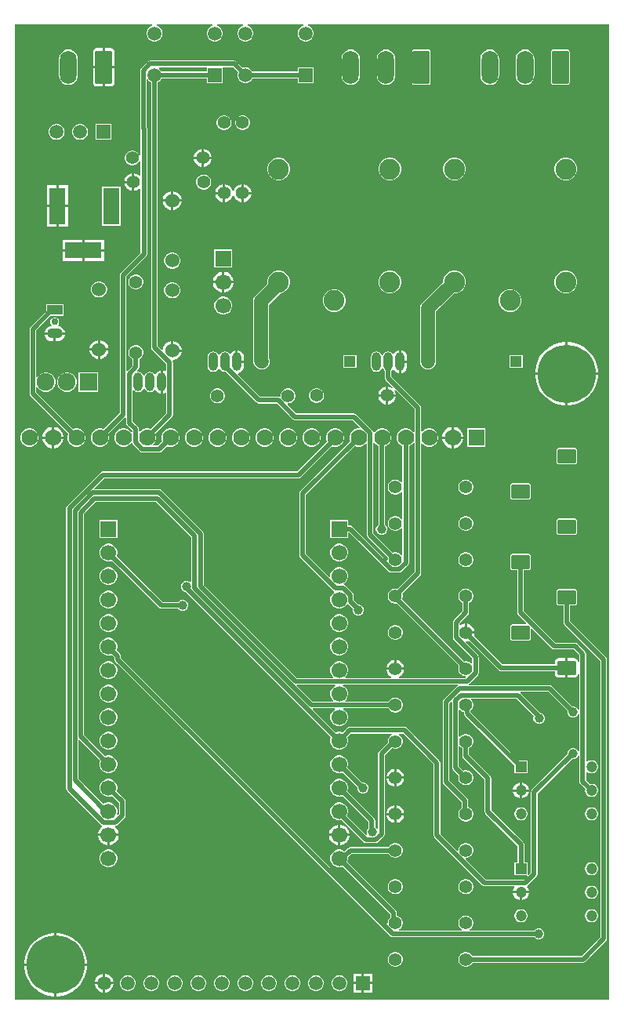
<source format=gbr>
%TF.GenerationSoftware,Altium Limited,Altium Designer,21.3.2 (30)*%
G04 Layer_Physical_Order=2*
G04 Layer_Color=16711680*
%FSLAX26Y26*%
%MOIN*%
%TF.SameCoordinates,1719BFE3-EC80-49D5-815D-C9D469E1D468*%
%TF.FilePolarity,Positive*%
%TF.FileFunction,Copper,L2,Bot,Signal*%
%TF.Part,Single*%
G01*
G75*
%TA.AperFunction,Conductor*%
%ADD12C,0.019685*%
%ADD14C,0.059055*%
%TA.AperFunction,ComponentPad*%
G04:AMPARAMS|DCode=16|XSize=70.866mil|YSize=141.732mil|CornerRadius=35.433mil|HoleSize=0mil|Usage=FLASHONLY|Rotation=180.000|XOffset=0mil|YOffset=0mil|HoleType=Round|Shape=RoundedRectangle|*
%AMROUNDEDRECTD16*
21,1,0.070866,0.070866,0,0,180.0*
21,1,0.000000,0.141732,0,0,180.0*
1,1,0.070866,0.000000,0.035433*
1,1,0.070866,0.000000,0.035433*
1,1,0.070866,0.000000,-0.035433*
1,1,0.070866,0.000000,-0.035433*
%
%ADD16ROUNDEDRECTD16*%
G04:AMPARAMS|DCode=17|XSize=70.866mil|YSize=141.732mil|CornerRadius=4.961mil|HoleSize=0mil|Usage=FLASHONLY|Rotation=180.000|XOffset=0mil|YOffset=0mil|HoleType=Round|Shape=RoundedRectangle|*
%AMROUNDEDRECTD17*
21,1,0.070866,0.131811,0,0,180.0*
21,1,0.060945,0.141732,0,0,180.0*
1,1,0.009921,-0.030473,0.065906*
1,1,0.009921,0.030473,0.065906*
1,1,0.009921,0.030473,-0.065906*
1,1,0.009921,-0.030473,-0.065906*
%
%ADD17ROUNDEDRECTD17*%
%ADD18R,0.059055X0.059055*%
%ADD19C,0.059055*%
%TA.AperFunction,ViaPad*%
%ADD20C,0.031496*%
%ADD21C,0.248031*%
%TA.AperFunction,ComponentPad*%
%ADD22R,0.075591X0.075591*%
%ADD23C,0.075591*%
G04:AMPARAMS|DCode=24|XSize=66.929mil|YSize=66.929mil|CornerRadius=33.465mil|HoleSize=0mil|Usage=FLASHONLY|Rotation=0.000|XOffset=0mil|YOffset=0mil|HoleType=Round|Shape=RoundedRectangle|*
%AMROUNDEDRECTD24*
21,1,0.066929,0.000000,0,0,0.0*
21,1,0.000000,0.066929,0,0,0.0*
1,1,0.066929,0.000000,0.000000*
1,1,0.066929,0.000000,0.000000*
1,1,0.066929,0.000000,0.000000*
1,1,0.066929,0.000000,0.000000*
%
%ADD24ROUNDEDRECTD24*%
%ADD25R,0.066929X0.066929*%
%ADD26C,0.031496*%
%ADD27C,0.248031*%
%ADD28C,0.070000*%
%ADD29R,0.070000X0.070000*%
%ADD30C,0.055118*%
%ADD31O,0.039370X0.078740*%
%ADD32O,0.039370X0.078740*%
%ADD33R,0.047244X0.047244*%
%ADD34C,0.047244*%
G04:AMPARAMS|DCode=35|XSize=42.126mil|YSize=66.929mil|CornerRadius=21.063mil|HoleSize=0mil|Usage=FLASHONLY|Rotation=270.000|XOffset=0mil|YOffset=0mil|HoleType=Round|Shape=RoundedRectangle|*
%AMROUNDEDRECTD35*
21,1,0.042126,0.024803,0,0,270.0*
21,1,0.000000,0.066929,0,0,270.0*
1,1,0.042126,-0.012402,0.000000*
1,1,0.042126,-0.012402,0.000000*
1,1,0.042126,0.012402,0.000000*
1,1,0.042126,0.012402,0.000000*
%
%ADD35ROUNDEDRECTD35*%
%ADD36C,0.029528*%
%ADD37R,0.066929X0.042126*%
%ADD38C,0.088583*%
%ADD39R,0.070866X0.157480*%
%ADD40R,0.157480X0.070866*%
%ADD41C,0.060000*%
%ADD42R,0.066929X0.066929*%
%ADD43C,0.066929*%
G04:AMPARAMS|DCode=44|XSize=62.992mil|YSize=78.74mil|CornerRadius=7.874mil|HoleSize=0mil|Usage=FLASHONLY|Rotation=90.000|XOffset=0mil|YOffset=0mil|HoleType=Round|Shape=RoundedRectangle|*
%AMROUNDEDRECTD44*
21,1,0.062992,0.062992,0,0,90.0*
21,1,0.047244,0.078740,0,0,90.0*
1,1,0.015748,0.031496,0.023622*
1,1,0.015748,0.031496,-0.023622*
1,1,0.015748,-0.031496,-0.023622*
1,1,0.015748,-0.031496,0.023622*
%
%ADD44ROUNDEDRECTD44*%
%TA.AperFunction,ViaPad*%
%ADD45C,0.039370*%
G36*
X2542999Y16056D02*
X16056D01*
Y4161109D01*
X600056D01*
X600714Y4156109D01*
X597319Y4155200D01*
X589688Y4150794D01*
X583458Y4144563D01*
X579052Y4136932D01*
X576772Y4128421D01*
Y4119610D01*
X579052Y4111099D01*
X583458Y4103468D01*
X589688Y4097237D01*
X597319Y4092832D01*
X605831Y4090551D01*
X614642D01*
X623153Y4092832D01*
X630784Y4097237D01*
X637014Y4103468D01*
X641420Y4111099D01*
X643701Y4119610D01*
Y4128421D01*
X641420Y4136932D01*
X637014Y4144563D01*
X630784Y4150794D01*
X623153Y4155200D01*
X619758Y4156109D01*
X620416Y4161109D01*
X855962D01*
X856620Y4156109D01*
X853225Y4155200D01*
X845594Y4150794D01*
X839363Y4144563D01*
X834958Y4136932D01*
X832677Y4128421D01*
Y4119610D01*
X834958Y4111099D01*
X839363Y4103468D01*
X845594Y4097237D01*
X853225Y4092832D01*
X861736Y4090551D01*
X870547D01*
X879058Y4092832D01*
X886689Y4097237D01*
X892920Y4103468D01*
X897326Y4111099D01*
X899606Y4119610D01*
Y4128421D01*
X897326Y4136932D01*
X892920Y4144563D01*
X886689Y4150794D01*
X879058Y4155200D01*
X875663Y4156109D01*
X876322Y4161109D01*
X985883D01*
X986541Y4156109D01*
X983146Y4155200D01*
X975515Y4150794D01*
X969285Y4144563D01*
X964879Y4136932D01*
X962598Y4128421D01*
Y4119610D01*
X964879Y4111099D01*
X969285Y4103468D01*
X975515Y4097237D01*
X983146Y4092832D01*
X991657Y4090551D01*
X1000469D01*
X1008980Y4092832D01*
X1016611Y4097237D01*
X1022841Y4103468D01*
X1027247Y4111099D01*
X1029527Y4119610D01*
Y4128421D01*
X1027247Y4136932D01*
X1022841Y4144563D01*
X1016611Y4150794D01*
X1008980Y4155200D01*
X1005585Y4156109D01*
X1006243Y4161109D01*
X1241789D01*
X1242447Y4156109D01*
X1239052Y4155200D01*
X1231421Y4150794D01*
X1225190Y4144563D01*
X1220784Y4136932D01*
X1218504Y4128421D01*
Y4119610D01*
X1220784Y4111099D01*
X1225190Y4103468D01*
X1231421Y4097237D01*
X1239052Y4092832D01*
X1247563Y4090551D01*
X1256374D01*
X1264885Y4092832D01*
X1272516Y4097237D01*
X1278747Y4103468D01*
X1283152Y4111099D01*
X1285433Y4119610D01*
Y4128421D01*
X1283152Y4136932D01*
X1278747Y4144563D01*
X1272516Y4150794D01*
X1264885Y4155200D01*
X1261490Y4156109D01*
X1262149Y4161109D01*
X2542999D01*
Y16056D01*
D02*
G37*
%LPC*%
G36*
X424173Y4061474D02*
X398701D01*
Y3985315D01*
X439427D01*
Y4046220D01*
X438266Y4052058D01*
X434959Y4057006D01*
X430010Y4060313D01*
X424173Y4061474D01*
D02*
G37*
G36*
X388701D02*
X363228D01*
X357391Y4060313D01*
X352442Y4057006D01*
X349136Y4052058D01*
X347975Y4046220D01*
Y3985315D01*
X388701D01*
Y4061474D01*
D02*
G37*
G36*
X948819Y4008144D02*
X590667D01*
X585291Y4007074D01*
X580733Y4004029D01*
X553058Y3976354D01*
X550012Y3971796D01*
X548943Y3966419D01*
Y3720683D01*
X550012Y3715307D01*
X550517Y3714550D01*
Y3604267D01*
X545517Y3603609D01*
X544704Y3606645D01*
X540557Y3613827D01*
X534693Y3619691D01*
X527511Y3623838D01*
X519501Y3625984D01*
X511208D01*
X503197Y3623838D01*
X496015Y3619691D01*
X490151Y3613827D01*
X486005Y3606645D01*
X483858Y3598635D01*
Y3590342D01*
X486005Y3582331D01*
X490151Y3575149D01*
X496015Y3569285D01*
X503197Y3565139D01*
X511208Y3562992D01*
X519501D01*
X527511Y3565139D01*
X534693Y3569285D01*
X540557Y3575149D01*
X544704Y3582331D01*
X545517Y3585367D01*
X550517Y3584709D01*
Y3521087D01*
X545517Y3519016D01*
X542353Y3522181D01*
X533788Y3527125D01*
X524291Y3529670D01*
Y3492126D01*
Y3454582D01*
X533788Y3457126D01*
X542353Y3462071D01*
X545517Y3465235D01*
X550517Y3463164D01*
Y3190375D01*
X465656Y3105513D01*
X462611Y3100955D01*
X461541Y3095579D01*
Y2508969D01*
X393860Y2441288D01*
X392982Y2441795D01*
X383079Y2444449D01*
X372827D01*
X362924Y2441795D01*
X354045Y2436669D01*
X346795Y2429420D01*
X341669Y2420541D01*
X339016Y2410638D01*
Y2400386D01*
X341669Y2390483D01*
X346795Y2381604D01*
X354045Y2374354D01*
X362924Y2369228D01*
X372827Y2366575D01*
X383079D01*
X392982Y2369228D01*
X401861Y2374354D01*
X409110Y2381604D01*
X414236Y2390483D01*
X416890Y2400386D01*
Y2410638D01*
X414236Y2420541D01*
X413729Y2421419D01*
X484100Y2491790D01*
X489100Y2489775D01*
Y2466969D01*
X490170Y2461592D01*
X493215Y2457034D01*
X515124Y2435125D01*
Y2429004D01*
X510124Y2427664D01*
X509110Y2429420D01*
X501861Y2436669D01*
X492982Y2441795D01*
X483079Y2444449D01*
X472827D01*
X462924Y2441795D01*
X454045Y2436669D01*
X446795Y2429420D01*
X441669Y2420541D01*
X439016Y2410638D01*
Y2400386D01*
X441669Y2390483D01*
X446795Y2381604D01*
X454045Y2374354D01*
X462924Y2369228D01*
X472827Y2366575D01*
X483079D01*
X492982Y2369228D01*
X501861Y2374354D01*
X509110Y2381604D01*
X510339Y2383732D01*
X515610Y2382862D01*
X516193Y2379930D01*
X519239Y2375372D01*
X547813Y2346798D01*
X552371Y2343752D01*
X557748Y2342683D01*
X629173D01*
X634550Y2343752D01*
X639108Y2346798D01*
X662045Y2369735D01*
X662924Y2369228D01*
X672827Y2366575D01*
X683079D01*
X692982Y2369228D01*
X701861Y2374354D01*
X709110Y2381604D01*
X714236Y2390483D01*
X716890Y2400386D01*
Y2410638D01*
X714236Y2420541D01*
X709110Y2429420D01*
X701861Y2436669D01*
X692982Y2441795D01*
X683079Y2444449D01*
X672827D01*
X662924Y2441795D01*
X654045Y2436669D01*
X646795Y2429420D01*
X641669Y2420541D01*
X639016Y2410638D01*
Y2400386D01*
X641669Y2390483D01*
X642176Y2389604D01*
X623354Y2370782D01*
X605307D01*
X603288Y2375782D01*
X609110Y2381604D01*
X614236Y2390483D01*
X616890Y2400386D01*
Y2410638D01*
X614236Y2420541D01*
X613729Y2421419D01*
X683950Y2491640D01*
X686996Y2496198D01*
X688065Y2501575D01*
Y2724701D01*
X686996Y2730077D01*
X686653Y2730590D01*
X689325Y2735590D01*
X690305D01*
X700479Y2738316D01*
X709600Y2743582D01*
X717047Y2751030D01*
X722313Y2760151D01*
X725039Y2770324D01*
Y2770590D01*
X685039D01*
Y2775590D01*
X680039D01*
Y2815590D01*
X679773D01*
X669600Y2812865D01*
X660479Y2807599D01*
X653031Y2800151D01*
X647765Y2791030D01*
X645039Y2780857D01*
Y2780079D01*
X640420Y2778165D01*
X624286Y2794300D01*
Y3916320D01*
X630784Y3920072D01*
X637014Y3926302D01*
X640766Y3932801D01*
X832677D01*
Y3913386D01*
X899606D01*
Y3980045D01*
X942999D01*
X964540Y3958504D01*
X962598Y3951256D01*
Y3942445D01*
X964879Y3933933D01*
X969285Y3926302D01*
X975515Y3920072D01*
X983146Y3915666D01*
X991657Y3913386D01*
X1000469D01*
X1008980Y3915666D01*
X1016611Y3920072D01*
X1022841Y3926302D01*
X1026593Y3932801D01*
X1218504D01*
Y3913386D01*
X1285433D01*
Y3980315D01*
X1218504D01*
Y3960900D01*
X1026593D01*
X1022841Y3967398D01*
X1016611Y3973628D01*
X1008980Y3978034D01*
X1000469Y3980315D01*
X991657D01*
X984409Y3978373D01*
X958753Y4004029D01*
X954195Y4007074D01*
X948819Y4008144D01*
D02*
G37*
G36*
X2365512Y4055292D02*
X2304567D01*
X2301095Y4054602D01*
X2298152Y4052635D01*
X2296186Y4049692D01*
X2295495Y4046220D01*
Y3914409D01*
X2296186Y3910938D01*
X2298152Y3907994D01*
X2301095Y3906028D01*
X2304567Y3905337D01*
X2365512D01*
X2368983Y3906028D01*
X2371927Y3907994D01*
X2373893Y3910938D01*
X2374584Y3914409D01*
Y4046220D01*
X2373893Y4049692D01*
X2371927Y4052635D01*
X2368983Y4054602D01*
X2365512Y4055292D01*
D02*
G37*
G36*
X1774960D02*
X1714016D01*
X1710544Y4054602D01*
X1707601Y4052635D01*
X1705634Y4049692D01*
X1704944Y4046220D01*
Y3914409D01*
X1705634Y3910938D01*
X1707601Y3907994D01*
X1710544Y3906028D01*
X1714016Y3905337D01*
X1774960D01*
X1778432Y3906028D01*
X1781375Y3907994D01*
X1783342Y3910938D01*
X1784032Y3914409D01*
Y4046220D01*
X1783342Y4049692D01*
X1781375Y4052635D01*
X1778432Y4054602D01*
X1774960Y4055292D01*
D02*
G37*
G36*
X243701Y4055458D02*
X233423Y4054105D01*
X223846Y4050138D01*
X215622Y4043827D01*
X209311Y4035603D01*
X205344Y4026026D01*
X203991Y4015748D01*
Y3944882D01*
X205344Y3934604D01*
X209311Y3925027D01*
X215622Y3916803D01*
X223846Y3910492D01*
X233423Y3906525D01*
X243701Y3905172D01*
X253978Y3906525D01*
X263556Y3910492D01*
X271780Y3916803D01*
X278090Y3925027D01*
X282057Y3934604D01*
X283411Y3944882D01*
Y4015748D01*
X282057Y4026026D01*
X278090Y4035603D01*
X271780Y4043827D01*
X263556Y4050138D01*
X253978Y4054105D01*
X243701Y4055458D01*
D02*
G37*
G36*
X2185039Y4055458D02*
X2174762Y4054104D01*
X2165184Y4050137D01*
X2156960Y4043827D01*
X2150650Y4035603D01*
X2146683Y4026026D01*
X2145330Y4015748D01*
Y3944882D01*
X2146683Y3934604D01*
X2150650Y3925027D01*
X2156960Y3916803D01*
X2165184Y3910492D01*
X2174762Y3906525D01*
X2185039Y3905172D01*
X2195317Y3906525D01*
X2204894Y3910492D01*
X2213118Y3916803D01*
X2219429Y3925027D01*
X2223396Y3934604D01*
X2224749Y3944882D01*
Y4015748D01*
X2223396Y4026026D01*
X2219429Y4035603D01*
X2213118Y4043827D01*
X2204894Y4050137D01*
X2195317Y4054104D01*
X2185039Y4055458D01*
D02*
G37*
G36*
X2035039D02*
X2024762Y4054104D01*
X2015184Y4050137D01*
X2006960Y4043827D01*
X2000650Y4035603D01*
X1996683Y4026026D01*
X1995330Y4015748D01*
Y3944882D01*
X1996683Y3934604D01*
X2000650Y3925027D01*
X2006960Y3916803D01*
X2015184Y3910492D01*
X2024762Y3906525D01*
X2035039Y3905172D01*
X2045317Y3906525D01*
X2054894Y3910492D01*
X2063118Y3916803D01*
X2069429Y3925027D01*
X2073396Y3934604D01*
X2074749Y3944882D01*
Y4015748D01*
X2073396Y4026026D01*
X2069429Y4035603D01*
X2063118Y4043827D01*
X2054894Y4050137D01*
X2045317Y4054104D01*
X2035039Y4055458D01*
D02*
G37*
G36*
X1594488D02*
X1584210Y4054104D01*
X1574633Y4050137D01*
X1566409Y4043827D01*
X1560099Y4035603D01*
X1556131Y4026026D01*
X1554778Y4015748D01*
Y3944882D01*
X1556131Y3934604D01*
X1560099Y3925027D01*
X1566409Y3916803D01*
X1574633Y3910492D01*
X1584210Y3906525D01*
X1594488Y3905172D01*
X1604766Y3906525D01*
X1614343Y3910492D01*
X1622567Y3916803D01*
X1628878Y3925027D01*
X1632845Y3934604D01*
X1634198Y3944882D01*
Y4015748D01*
X1632845Y4026026D01*
X1628878Y4035603D01*
X1622567Y4043827D01*
X1614343Y4050137D01*
X1604766Y4054104D01*
X1594488Y4055458D01*
D02*
G37*
G36*
X1444488D02*
X1434210Y4054104D01*
X1424633Y4050137D01*
X1416409Y4043827D01*
X1410099Y4035603D01*
X1406131Y4026026D01*
X1404778Y4015748D01*
Y3944882D01*
X1406131Y3934604D01*
X1410099Y3925027D01*
X1416409Y3916803D01*
X1424633Y3910492D01*
X1434210Y3906525D01*
X1444488Y3905172D01*
X1454766Y3906525D01*
X1464343Y3910492D01*
X1472567Y3916803D01*
X1478878Y3925027D01*
X1482845Y3934604D01*
X1484198Y3944882D01*
Y4015748D01*
X1482845Y4026026D01*
X1478878Y4035603D01*
X1472567Y4043827D01*
X1464343Y4050137D01*
X1454766Y4054104D01*
X1444488Y4055458D01*
D02*
G37*
G36*
X439427Y3975315D02*
X398701D01*
Y3899156D01*
X424173D01*
X430010Y3900317D01*
X434959Y3903623D01*
X438266Y3908572D01*
X439427Y3914409D01*
Y3975315D01*
D02*
G37*
G36*
X388701D02*
X347975D01*
Y3914409D01*
X349136Y3908572D01*
X352442Y3903623D01*
X357391Y3900317D01*
X363228Y3899156D01*
X388701D01*
Y3975315D01*
D02*
G37*
G36*
X988399Y3775984D02*
X980106D01*
X972095Y3773838D01*
X964913Y3769691D01*
X959049Y3763827D01*
X954902Y3756645D01*
X952756Y3748635D01*
Y3740342D01*
X954902Y3732331D01*
X959049Y3725149D01*
X964913Y3719285D01*
X972095Y3715139D01*
X980106Y3712992D01*
X988399D01*
X996409Y3715139D01*
X1003591Y3719285D01*
X1009455Y3725149D01*
X1013602Y3732331D01*
X1015748Y3740342D01*
Y3748635D01*
X1013602Y3756645D01*
X1009455Y3763827D01*
X1003591Y3769691D01*
X996409Y3773838D01*
X988399Y3775984D01*
D02*
G37*
G36*
X909658D02*
X901365D01*
X893355Y3773838D01*
X886173Y3769691D01*
X880309Y3763827D01*
X876162Y3756645D01*
X874016Y3748635D01*
Y3740342D01*
X876162Y3732331D01*
X880309Y3725149D01*
X886173Y3719285D01*
X893355Y3715139D01*
X901365Y3712992D01*
X909658D01*
X917669Y3715139D01*
X924851Y3719285D01*
X930715Y3725149D01*
X934861Y3732331D01*
X937008Y3740342D01*
Y3748635D01*
X934861Y3756645D01*
X930715Y3763827D01*
X924851Y3769691D01*
X917669Y3773838D01*
X909658Y3775984D01*
D02*
G37*
G36*
X427165Y3738189D02*
X360236D01*
Y3671260D01*
X427165D01*
Y3738189D01*
D02*
G37*
G36*
X298106D02*
X289295D01*
X280784Y3735908D01*
X273153Y3731503D01*
X266923Y3725272D01*
X262517Y3717641D01*
X260236Y3709130D01*
Y3700319D01*
X262517Y3691808D01*
X266923Y3684177D01*
X273153Y3677946D01*
X280784Y3673540D01*
X289295Y3671260D01*
X298106D01*
X306618Y3673540D01*
X314248Y3677946D01*
X320479Y3684177D01*
X324885Y3691808D01*
X327165Y3700319D01*
Y3709130D01*
X324885Y3717641D01*
X320479Y3725272D01*
X314248Y3731503D01*
X306618Y3735908D01*
X298106Y3738189D01*
D02*
G37*
G36*
X198107D02*
X189295D01*
X180784Y3735908D01*
X173153Y3731503D01*
X166923Y3725272D01*
X162517Y3717641D01*
X160236Y3709130D01*
Y3700319D01*
X162517Y3691808D01*
X166923Y3684177D01*
X173153Y3677946D01*
X180784Y3673540D01*
X189295Y3671260D01*
X198107D01*
X206618Y3673540D01*
X214249Y3677946D01*
X220479Y3684177D01*
X224885Y3691808D01*
X227165Y3700319D01*
Y3709130D01*
X224885Y3717641D01*
X220479Y3725272D01*
X214249Y3731503D01*
X206618Y3735908D01*
X198107Y3738189D01*
D02*
G37*
G36*
X820354Y3632032D02*
Y3599488D01*
X852899D01*
X850354Y3608985D01*
X845409Y3617550D01*
X838416Y3624543D01*
X829851Y3629488D01*
X820354Y3632032D01*
D02*
G37*
G36*
X810354D02*
X800857Y3629488D01*
X792293Y3624543D01*
X785300Y3617550D01*
X780355Y3608985D01*
X777810Y3599488D01*
X810354D01*
Y3632032D01*
D02*
G37*
G36*
X852899Y3589488D02*
X820354D01*
Y3556944D01*
X829851Y3559489D01*
X838416Y3564433D01*
X845409Y3571426D01*
X850354Y3579991D01*
X852899Y3589488D01*
D02*
G37*
G36*
X810354D02*
X777810D01*
X780355Y3579991D01*
X785300Y3571426D01*
X792293Y3564433D01*
X800857Y3559489D01*
X810354Y3556944D01*
Y3589488D01*
D02*
G37*
G36*
X2364617Y3595472D02*
X2351918D01*
X2339652Y3592186D01*
X2328655Y3585836D01*
X2319675Y3576857D01*
X2313326Y3565859D01*
X2310039Y3553593D01*
Y3540895D01*
X2313326Y3528629D01*
X2319675Y3517631D01*
X2328655Y3508652D01*
X2339652Y3502302D01*
X2351918Y3499016D01*
X2364617D01*
X2376883Y3502302D01*
X2387881Y3508652D01*
X2396860Y3517631D01*
X2403209Y3528629D01*
X2406496Y3540895D01*
Y3553593D01*
X2403209Y3565859D01*
X2396860Y3576857D01*
X2387881Y3585836D01*
X2376883Y3592186D01*
X2364617Y3595472D01*
D02*
G37*
G36*
X1892176D02*
X1879477D01*
X1867211Y3592186D01*
X1856214Y3585836D01*
X1847235Y3576857D01*
X1840885Y3565859D01*
X1837599Y3553593D01*
Y3540895D01*
X1840885Y3528629D01*
X1847235Y3517631D01*
X1856214Y3508652D01*
X1867211Y3502302D01*
X1879477Y3499016D01*
X1892176D01*
X1904442Y3502302D01*
X1915440Y3508652D01*
X1924419Y3517631D01*
X1930768Y3528629D01*
X1934055Y3540895D01*
Y3553593D01*
X1930768Y3565859D01*
X1924419Y3576857D01*
X1915440Y3585836D01*
X1904442Y3592186D01*
X1892176Y3595472D01*
D02*
G37*
G36*
X1616586D02*
X1603887D01*
X1591621Y3592186D01*
X1580623Y3585836D01*
X1571644Y3576857D01*
X1565294Y3565859D01*
X1562008Y3553593D01*
Y3540895D01*
X1565294Y3528629D01*
X1571644Y3517631D01*
X1580623Y3508652D01*
X1591621Y3502302D01*
X1603887Y3499016D01*
X1616586D01*
X1628852Y3502302D01*
X1639849Y3508652D01*
X1648829Y3517631D01*
X1655178Y3528629D01*
X1658465Y3540895D01*
Y3553593D01*
X1655178Y3565859D01*
X1648829Y3576857D01*
X1639849Y3585836D01*
X1628852Y3592186D01*
X1616586Y3595472D01*
D02*
G37*
G36*
X1144145D02*
X1131446D01*
X1119180Y3592186D01*
X1108182Y3585836D01*
X1099203Y3576857D01*
X1092854Y3565859D01*
X1089567Y3553593D01*
Y3540895D01*
X1092854Y3528629D01*
X1099203Y3517631D01*
X1108182Y3508652D01*
X1119180Y3502302D01*
X1131446Y3499016D01*
X1144145D01*
X1156411Y3502302D01*
X1167408Y3508652D01*
X1176388Y3517631D01*
X1182737Y3528629D01*
X1186024Y3540895D01*
Y3553593D01*
X1182737Y3565859D01*
X1176388Y3576857D01*
X1167408Y3585836D01*
X1156411Y3592186D01*
X1144145Y3595472D01*
D02*
G37*
G36*
X514291Y3529670D02*
X504794Y3527125D01*
X496229Y3522181D01*
X489237Y3515188D01*
X484292Y3506623D01*
X481747Y3497126D01*
X514291D01*
Y3529670D01*
D02*
G37*
G36*
X823438Y3523622D02*
X815145D01*
X807134Y3521476D01*
X799952Y3517329D01*
X794088Y3511465D01*
X789942Y3504283D01*
X787795Y3496272D01*
Y3487979D01*
X789942Y3479969D01*
X794088Y3472787D01*
X799952Y3466923D01*
X807134Y3462776D01*
X815145Y3460630D01*
X823438D01*
X831448Y3462776D01*
X838630Y3466923D01*
X844494Y3472787D01*
X848641Y3479969D01*
X850787Y3487979D01*
Y3496272D01*
X848641Y3504283D01*
X844494Y3511465D01*
X838630Y3517329D01*
X831448Y3521476D01*
X823438Y3523622D01*
D02*
G37*
G36*
X514291Y3487126D02*
X481747D01*
X484292Y3477629D01*
X489237Y3469064D01*
X496229Y3462071D01*
X504794Y3457126D01*
X514291Y3454582D01*
Y3487126D01*
D02*
G37*
G36*
X989252Y3482032D02*
Y3449488D01*
X1021796D01*
X1019251Y3458985D01*
X1014307Y3467550D01*
X1007314Y3474543D01*
X998749Y3479488D01*
X989252Y3482032D01*
D02*
G37*
G36*
X900512D02*
X891015Y3479488D01*
X882450Y3474543D01*
X875457Y3467550D01*
X870512Y3458985D01*
X867968Y3449488D01*
X900512D01*
Y3482032D01*
D02*
G37*
G36*
X690305Y3453386D02*
X690039D01*
Y3418386D01*
X725039D01*
Y3418652D01*
X722313Y3428825D01*
X717047Y3437946D01*
X709600Y3445394D01*
X700479Y3450660D01*
X690305Y3453386D01*
D02*
G37*
G36*
X680039D02*
X679773D01*
X669600Y3450660D01*
X660479Y3445394D01*
X653031Y3437946D01*
X647765Y3428825D01*
X645039Y3418652D01*
Y3418386D01*
X680039D01*
Y3453386D01*
D02*
G37*
G36*
X1021796Y3439488D02*
X989252D01*
Y3406944D01*
X998749Y3409489D01*
X1007314Y3414433D01*
X1014307Y3421426D01*
X1019251Y3429991D01*
X1021796Y3439488D01*
D02*
G37*
G36*
X910512Y3482032D02*
Y3444488D01*
Y3406944D01*
X920009Y3409489D01*
X928574Y3414433D01*
X935567Y3421426D01*
X940511Y3429991D01*
X942294Y3436643D01*
X947470D01*
X949253Y3429991D01*
X954197Y3421426D01*
X961190Y3414433D01*
X969755Y3409489D01*
X979252Y3406944D01*
Y3444488D01*
Y3482032D01*
X969755Y3479488D01*
X961190Y3474543D01*
X954197Y3467550D01*
X949253Y3458985D01*
X947470Y3452333D01*
X942294D01*
X940511Y3458985D01*
X935567Y3467550D01*
X928574Y3474543D01*
X920009Y3479488D01*
X910512Y3482032D01*
D02*
G37*
G36*
X900512Y3439488D02*
X867968D01*
X870512Y3429991D01*
X875457Y3421426D01*
X882450Y3414433D01*
X891015Y3409489D01*
X900512Y3406944D01*
Y3439488D01*
D02*
G37*
G36*
X242283Y3478504D02*
X201850D01*
Y3394764D01*
X242283D01*
Y3478504D01*
D02*
G37*
G36*
X191850D02*
X151417D01*
Y3394764D01*
X191850D01*
Y3478504D01*
D02*
G37*
G36*
X725039Y3408386D02*
X690039D01*
Y3373386D01*
X690305D01*
X700479Y3376112D01*
X709600Y3381378D01*
X717047Y3388825D01*
X722313Y3397946D01*
X725039Y3408120D01*
Y3408386D01*
D02*
G37*
G36*
X680039D02*
X645039D01*
Y3408120D01*
X647765Y3397946D01*
X653031Y3388825D01*
X660479Y3381378D01*
X669600Y3376112D01*
X679773Y3373386D01*
X680039D01*
Y3408386D01*
D02*
G37*
G36*
X464567Y3472441D02*
X385827D01*
Y3307087D01*
X464567D01*
Y3472441D01*
D02*
G37*
G36*
X242283Y3384764D02*
X201850D01*
Y3301024D01*
X242283D01*
Y3384764D01*
D02*
G37*
G36*
X191850D02*
X151417D01*
Y3301024D01*
X191850D01*
Y3384764D01*
D02*
G37*
G36*
X395827Y3246220D02*
X312087D01*
Y3205787D01*
X395827D01*
Y3246220D01*
D02*
G37*
G36*
X302087D02*
X218346D01*
Y3205787D01*
X302087D01*
Y3246220D01*
D02*
G37*
G36*
X395827Y3195787D02*
X312087D01*
Y3155354D01*
X395827D01*
Y3195787D01*
D02*
G37*
G36*
X302087D02*
X218346D01*
Y3155354D01*
X302087D01*
Y3195787D01*
D02*
G37*
G36*
X938976Y3204331D02*
X864173D01*
Y3129528D01*
X938976D01*
Y3204331D01*
D02*
G37*
G36*
X689507Y3191417D02*
X680571D01*
X671940Y3189104D01*
X664202Y3184637D01*
X657883Y3178318D01*
X653415Y3170579D01*
X651102Y3161948D01*
Y3153012D01*
X653415Y3144381D01*
X657883Y3136642D01*
X664202Y3130324D01*
X671940Y3125856D01*
X680571Y3123543D01*
X689507D01*
X698139Y3125856D01*
X705877Y3130324D01*
X712196Y3136642D01*
X716663Y3144381D01*
X718976Y3153012D01*
Y3161948D01*
X716663Y3170579D01*
X712196Y3178318D01*
X705877Y3184637D01*
X698139Y3189104D01*
X689507Y3191417D01*
D02*
G37*
G36*
X907297Y3110394D02*
X906575D01*
Y3071929D01*
X945039D01*
Y3072651D01*
X942077Y3083706D01*
X936355Y3093617D01*
X928263Y3101709D01*
X918351Y3107432D01*
X907297Y3110394D01*
D02*
G37*
G36*
X896575D02*
X895853D01*
X884798Y3107432D01*
X874887Y3101709D01*
X866794Y3093617D01*
X861072Y3083706D01*
X858110Y3072651D01*
Y3071929D01*
X896575D01*
Y3110394D01*
D02*
G37*
G36*
X945039Y3061929D02*
X906575D01*
Y3023465D01*
X907297D01*
X918351Y3026427D01*
X928263Y3032149D01*
X936355Y3040241D01*
X942077Y3050152D01*
X945039Y3061207D01*
Y3061929D01*
D02*
G37*
G36*
X896575D02*
X858110D01*
Y3061207D01*
X861072Y3050152D01*
X866794Y3040241D01*
X874887Y3032149D01*
X884798Y3026427D01*
X895853Y3023465D01*
X896575D01*
Y3061929D01*
D02*
G37*
G36*
X2364617Y3115157D02*
X2351918D01*
X2339652Y3111871D01*
X2328655Y3105521D01*
X2319675Y3096542D01*
X2313326Y3085544D01*
X2310039Y3073278D01*
Y3060580D01*
X2313326Y3048314D01*
X2319675Y3037316D01*
X2328655Y3028337D01*
X2339652Y3021987D01*
X2351918Y3018701D01*
X2364617D01*
X2376883Y3021987D01*
X2387881Y3028337D01*
X2396860Y3037316D01*
X2403209Y3048314D01*
X2406496Y3060580D01*
Y3073278D01*
X2403209Y3085544D01*
X2396860Y3096542D01*
X2387881Y3105521D01*
X2376883Y3111871D01*
X2364617Y3115157D01*
D02*
G37*
G36*
X1616586D02*
X1603887D01*
X1591621Y3111871D01*
X1580623Y3105521D01*
X1571644Y3096542D01*
X1565294Y3085544D01*
X1562008Y3073278D01*
Y3060580D01*
X1565294Y3048314D01*
X1571644Y3037316D01*
X1580623Y3028337D01*
X1591621Y3021987D01*
X1603887Y3018701D01*
X1616586D01*
X1628852Y3021987D01*
X1639849Y3028337D01*
X1648829Y3037316D01*
X1655178Y3048314D01*
X1658465Y3060580D01*
Y3073278D01*
X1655178Y3085544D01*
X1648829Y3096542D01*
X1639849Y3105521D01*
X1628852Y3111871D01*
X1616586Y3115157D01*
D02*
G37*
G36*
X378484Y3069370D02*
X369548D01*
X360916Y3067057D01*
X353178Y3062589D01*
X346859Y3056271D01*
X342392Y3048532D01*
X340079Y3039901D01*
Y3030965D01*
X342392Y3022334D01*
X346859Y3014595D01*
X353178Y3008277D01*
X360916Y3003809D01*
X369548Y3001496D01*
X378484D01*
X387115Y3003809D01*
X394853Y3008277D01*
X401172Y3014595D01*
X405640Y3022334D01*
X407953Y3030965D01*
Y3039901D01*
X405640Y3048532D01*
X401172Y3056271D01*
X394853Y3062589D01*
X387115Y3067057D01*
X378484Y3069370D01*
D02*
G37*
G36*
X689507Y3065433D02*
X680571D01*
X671940Y3063120D01*
X664202Y3058652D01*
X657883Y3052334D01*
X653415Y3044595D01*
X651102Y3035964D01*
Y3027028D01*
X653415Y3018397D01*
X657883Y3010658D01*
X664202Y3004340D01*
X671940Y2999872D01*
X680571Y2997559D01*
X689507D01*
X698139Y2999872D01*
X705877Y3004340D01*
X712196Y3010658D01*
X716663Y3018397D01*
X718976Y3027028D01*
Y3035964D01*
X716663Y3044595D01*
X712196Y3052334D01*
X705877Y3058652D01*
X698139Y3063120D01*
X689507Y3065433D01*
D02*
G37*
G36*
X2128397Y3036417D02*
X2115698D01*
X2103432Y3033131D01*
X2092434Y3026781D01*
X2083455Y3017802D01*
X2077106Y3006804D01*
X2073819Y2994538D01*
Y2981840D01*
X2077106Y2969573D01*
X2083455Y2958576D01*
X2092434Y2949597D01*
X2103432Y2943247D01*
X2115698Y2939961D01*
X2128397D01*
X2140663Y2943247D01*
X2151660Y2949597D01*
X2160640Y2958576D01*
X2166989Y2969573D01*
X2170276Y2981840D01*
Y2994538D01*
X2166989Y3006804D01*
X2160640Y3017802D01*
X2151660Y3026781D01*
X2140663Y3033131D01*
X2128397Y3036417D01*
D02*
G37*
G36*
X1380365D02*
X1367666D01*
X1355400Y3033131D01*
X1344403Y3026781D01*
X1335423Y3017802D01*
X1329074Y3006804D01*
X1325787Y2994538D01*
Y2981840D01*
X1329074Y2969573D01*
X1335423Y2958576D01*
X1344403Y2949597D01*
X1355400Y2943247D01*
X1367666Y2939961D01*
X1380365D01*
X1392631Y2943247D01*
X1403629Y2949597D01*
X1412608Y2958576D01*
X1418957Y2969573D01*
X1422244Y2981840D01*
Y2994538D01*
X1418957Y3006804D01*
X1412608Y3017802D01*
X1403629Y3026781D01*
X1392631Y3033131D01*
X1380365Y3036417D01*
D02*
G37*
G36*
X906499Y3004331D02*
X896651D01*
X887138Y3001782D01*
X878610Y2996858D01*
X871646Y2989894D01*
X866722Y2981365D01*
X864173Y2971853D01*
Y2962005D01*
X866722Y2952493D01*
X871646Y2943964D01*
X878610Y2937000D01*
X887138Y2932076D01*
X896651Y2929528D01*
X906499D01*
X916011Y2932076D01*
X924540Y2937000D01*
X931503Y2943964D01*
X936427Y2952493D01*
X938976Y2962005D01*
Y2971853D01*
X936427Y2981365D01*
X931503Y2989894D01*
X924540Y2996858D01*
X916011Y3001782D01*
X906499Y3004331D01*
D02*
G37*
G36*
X189153Y2916338D02*
X181713D01*
X174840Y2913492D01*
X169579Y2908231D01*
X166732Y2901358D01*
Y2893918D01*
X169579Y2887044D01*
X172765Y2883858D01*
X172774Y2883702D01*
X170869Y2878684D01*
X164922Y2877901D01*
X157366Y2874771D01*
X150877Y2869792D01*
X145898Y2863303D01*
X142768Y2855747D01*
X142359Y2852638D01*
X185433D01*
X228507D01*
X228098Y2855747D01*
X224968Y2863303D01*
X219989Y2869792D01*
X213500Y2874771D01*
X205944Y2877901D01*
X199997Y2878684D01*
X198092Y2883702D01*
X198101Y2883858D01*
X201287Y2887044D01*
X204134Y2893918D01*
Y2901358D01*
X201287Y2908231D01*
X196026Y2913492D01*
X189153Y2916338D01*
D02*
G37*
G36*
X228507Y2842638D02*
X190433D01*
Y2816307D01*
X197834D01*
X205944Y2817374D01*
X213500Y2820504D01*
X219989Y2825483D01*
X224968Y2831972D01*
X228098Y2839529D01*
X228507Y2842638D01*
D02*
G37*
G36*
X180433D02*
X142359D01*
X142768Y2839529D01*
X145898Y2831972D01*
X150877Y2825483D01*
X157366Y2820504D01*
X164922Y2817374D01*
X173031Y2816307D01*
X180433D01*
Y2842638D01*
D02*
G37*
G36*
X379282Y2819528D02*
X379015D01*
Y2784528D01*
X414016D01*
Y2784794D01*
X411290Y2794967D01*
X406024Y2804088D01*
X398576Y2811535D01*
X389455Y2816802D01*
X379282Y2819528D01*
D02*
G37*
G36*
X369015D02*
X368750D01*
X358576Y2816802D01*
X349455Y2811535D01*
X342008Y2804088D01*
X336742Y2794967D01*
X334016Y2784794D01*
Y2784528D01*
X369015D01*
Y2819528D01*
D02*
G37*
G36*
X690305Y2815590D02*
X690039D01*
Y2780590D01*
X725039D01*
Y2780857D01*
X722313Y2791030D01*
X717047Y2800151D01*
X709600Y2807599D01*
X700479Y2812865D01*
X690305Y2815590D01*
D02*
G37*
G36*
X954449Y2777315D02*
X951699Y2776953D01*
X944478Y2773961D01*
X938277Y2769203D01*
X933706Y2763246D01*
X933178Y2762650D01*
X928405Y2762180D01*
X926479Y2765062D01*
X918666Y2770283D01*
X909449Y2772116D01*
X900232Y2770283D01*
X892418Y2765062D01*
X887197Y2757249D01*
X886998Y2756245D01*
X881900D01*
X881700Y2757249D01*
X876479Y2765062D01*
X868666Y2770283D01*
X859449Y2772117D01*
X850232Y2770283D01*
X842418Y2765062D01*
X837197Y2757249D01*
X835364Y2748032D01*
Y2708662D01*
X837197Y2699445D01*
X842418Y2691631D01*
X850232Y2686410D01*
X859449Y2684577D01*
X868666Y2686410D01*
X876479Y2691631D01*
X881700Y2699445D01*
X881900Y2700448D01*
X886998D01*
X887197Y2699445D01*
X892418Y2691631D01*
X900232Y2686410D01*
X909449Y2684577D01*
X912965Y2685276D01*
X1043533Y2554708D01*
X1048091Y2551663D01*
X1053468Y2550593D01*
X1131312D01*
X1197881Y2484025D01*
X1202439Y2480979D01*
X1207815Y2479910D01*
X1452670D01*
X1483168Y2449412D01*
X1481060Y2444449D01*
X1472827D01*
X1462924Y2441795D01*
X1454045Y2436669D01*
X1446795Y2429420D01*
X1441669Y2420541D01*
X1439016Y2410638D01*
Y2400386D01*
X1441669Y2390483D01*
X1442176Y2389604D01*
X1230223Y2177651D01*
X1227178Y2173093D01*
X1226108Y2167716D01*
Y1904447D01*
X1227178Y1899070D01*
X1230223Y1894512D01*
X1368689Y1756046D01*
X1372994Y1753170D01*
X1373373Y1751589D01*
X1373711Y1747810D01*
X1371720Y1746661D01*
X1364756Y1739697D01*
X1359832Y1731169D01*
X1357284Y1721656D01*
Y1711808D01*
X1359832Y1702296D01*
X1364756Y1693767D01*
X1371720Y1686804D01*
X1380249Y1681880D01*
X1389761Y1679331D01*
X1399609D01*
X1409121Y1681880D01*
X1417650Y1686804D01*
X1424614Y1693767D01*
X1427858Y1699387D01*
X1433256Y1699921D01*
X1433787Y1699657D01*
X1453565Y1679879D01*
X1452756Y1677927D01*
Y1668530D01*
X1456352Y1659848D01*
X1462997Y1653203D01*
X1471679Y1649606D01*
X1481077D01*
X1489759Y1653203D01*
X1496404Y1659848D01*
X1500000Y1668530D01*
Y1677927D01*
X1496404Y1686609D01*
X1489759Y1693254D01*
X1481077Y1696850D01*
X1476332D01*
X1457482Y1715700D01*
Y1734798D01*
X1456413Y1740174D01*
X1453367Y1744732D01*
X1422185Y1775915D01*
X1417627Y1778961D01*
X1414978Y1779487D01*
X1414108Y1784759D01*
X1417650Y1786804D01*
X1424614Y1793767D01*
X1429538Y1802296D01*
X1432087Y1811808D01*
Y1821656D01*
X1429538Y1831169D01*
X1424614Y1839697D01*
X1417650Y1846661D01*
X1409121Y1851585D01*
X1399609Y1854134D01*
X1389761D01*
X1380249Y1851585D01*
X1371720Y1846661D01*
X1364756Y1839697D01*
X1359832Y1831169D01*
X1357284Y1821656D01*
Y1814261D01*
X1352284Y1812189D01*
X1254207Y1910266D01*
Y2161897D01*
X1462045Y2369735D01*
X1462924Y2369228D01*
X1472827Y2366575D01*
X1483079D01*
X1492982Y2369228D01*
X1501861Y2374354D01*
X1507683Y2380177D01*
X1512683Y2378158D01*
Y1992892D01*
X1513752Y1987515D01*
X1516798Y1982957D01*
X1603549Y1896206D01*
X1601969Y1890306D01*
Y1886134D01*
X1596969Y1884063D01*
X1454365Y2026667D01*
X1449807Y2029712D01*
X1444430Y2030782D01*
X1432087D01*
Y2054134D01*
X1357284D01*
Y1979331D01*
X1432087D01*
Y2002683D01*
X1438611D01*
X1606407Y1834887D01*
X1610965Y1831841D01*
X1616342Y1830772D01*
X1650588D01*
X1655964Y1831841D01*
X1660522Y1834887D01*
X1687887Y1862252D01*
X1690933Y1866810D01*
X1692002Y1872186D01*
Y2368966D01*
X1692982Y2369228D01*
X1701861Y2374354D01*
X1709110Y2381604D01*
X1710124Y2383360D01*
X1715124Y2382020D01*
Y1833236D01*
X1643511Y1761623D01*
X1637611Y1763204D01*
X1629318D01*
X1621308Y1761057D01*
X1614126Y1756911D01*
X1608262Y1751047D01*
X1604115Y1743865D01*
X1601969Y1735854D01*
Y1727561D01*
X1604115Y1719551D01*
X1608262Y1712369D01*
X1614126Y1706505D01*
X1621308Y1702358D01*
X1629318Y1700212D01*
X1637611D01*
X1640000Y1700852D01*
X1904765Y1436087D01*
X1904115Y1434961D01*
X1901969Y1426951D01*
Y1418658D01*
X1904115Y1410647D01*
X1908262Y1403465D01*
X1914126Y1397601D01*
X1921308Y1393455D01*
X1929318Y1391308D01*
X1932161D01*
X1934231Y1386615D01*
X1931799Y1383538D01*
X1650571D01*
X1649231Y1388538D01*
X1656526Y1392750D01*
X1663519Y1399743D01*
X1668464Y1408307D01*
X1671009Y1417804D01*
X1595920D01*
X1598465Y1408307D01*
X1603410Y1399743D01*
X1610403Y1392750D01*
X1617698Y1388538D01*
X1616358Y1383538D01*
X1421455D01*
X1419384Y1388538D01*
X1424614Y1393767D01*
X1429538Y1402296D01*
X1432087Y1411808D01*
Y1421656D01*
X1429538Y1431169D01*
X1424614Y1439697D01*
X1417650Y1446661D01*
X1409121Y1451585D01*
X1399609Y1454134D01*
X1389761D01*
X1380249Y1451585D01*
X1371720Y1446661D01*
X1364756Y1439697D01*
X1359832Y1431169D01*
X1357284Y1421656D01*
Y1411808D01*
X1359832Y1402296D01*
X1364756Y1393767D01*
X1369986Y1388538D01*
X1367915Y1383538D01*
X1214562D01*
X821136Y1776963D01*
Y1994109D01*
X820067Y1999486D01*
X817021Y2004044D01*
X639108Y2181957D01*
X634550Y2185002D01*
X629173Y2186072D01*
X354322D01*
X352409Y2190691D01*
X394700Y2232983D01*
X1221864D01*
X1227241Y2234052D01*
X1231799Y2237098D01*
X1363717Y2369016D01*
X1372827Y2366575D01*
X1383079D01*
X1392982Y2369228D01*
X1401861Y2374354D01*
X1409110Y2381604D01*
X1414236Y2390483D01*
X1416890Y2400386D01*
Y2410638D01*
X1414236Y2420541D01*
X1409110Y2429420D01*
X1401861Y2436669D01*
X1392982Y2441795D01*
X1383079Y2444449D01*
X1372827D01*
X1362924Y2441795D01*
X1354045Y2436669D01*
X1346795Y2429420D01*
X1341669Y2420541D01*
X1339016Y2410638D01*
Y2400386D01*
X1341669Y2390483D01*
X1343052Y2388088D01*
X1216045Y2261082D01*
X388881D01*
X383504Y2260012D01*
X378946Y2256967D01*
X238097Y2116118D01*
X235052Y2111560D01*
X233982Y2106183D01*
Y913386D01*
X235052Y908009D01*
X238097Y903451D01*
X381995Y759554D01*
X386553Y756508D01*
X387377Y752860D01*
X387409Y751240D01*
X379590Y743420D01*
X373868Y733509D01*
X370906Y722455D01*
Y721732D01*
X457835D01*
Y722455D01*
X454873Y733509D01*
X449150Y743420D01*
X442132Y750439D01*
X442710Y753781D01*
X442971Y754406D01*
X443753Y755589D01*
X448373Y756508D01*
X452931Y759554D01*
X482375Y788998D01*
X485421Y793556D01*
X486490Y798933D01*
Y858662D01*
X485421Y864038D01*
X482375Y868596D01*
X449022Y901949D01*
X449223Y902296D01*
X451772Y911808D01*
Y921656D01*
X449223Y931169D01*
X444299Y939697D01*
X437335Y946661D01*
X428807Y951585D01*
X419294Y954134D01*
X409446D01*
X399934Y951585D01*
X391405Y946661D01*
X384442Y939697D01*
X379517Y931169D01*
X376969Y921656D01*
Y911808D01*
X379517Y902296D01*
X384442Y893767D01*
X391405Y886804D01*
X399934Y881880D01*
X409446Y879331D01*
X419294D01*
X428807Y881880D01*
X429153Y882080D01*
X458391Y852842D01*
Y804752D01*
X454743Y801104D01*
X454025Y801285D01*
X450540Y807213D01*
X451772Y811808D01*
Y821656D01*
X449223Y831169D01*
X444299Y839697D01*
X437335Y846661D01*
X428807Y851585D01*
X419294Y854134D01*
X409446D01*
X399934Y851585D01*
X392848Y847494D01*
X285703Y954638D01*
Y1118997D01*
X290322Y1120911D01*
X379718Y1031516D01*
X379517Y1031169D01*
X376969Y1021656D01*
Y1011808D01*
X379517Y1002296D01*
X384442Y993767D01*
X391405Y986804D01*
X399934Y981880D01*
X409446Y979331D01*
X419294D01*
X428807Y981880D01*
X437335Y986804D01*
X444299Y993767D01*
X449223Y1002296D01*
X451772Y1011808D01*
Y1021656D01*
X449223Y1031169D01*
X444299Y1039697D01*
X437335Y1046661D01*
X428807Y1051585D01*
X419294Y1054134D01*
X409446D01*
X399934Y1051585D01*
X399587Y1051385D01*
X309325Y1141646D01*
Y2080795D01*
X360150Y2131620D01*
X616300D01*
X764842Y1983078D01*
Y1792178D01*
X760223Y1790264D01*
X758808Y1791679D01*
X750126Y1795275D01*
X740728D01*
X732046Y1791679D01*
X725401Y1785034D01*
X721805Y1776352D01*
Y1766955D01*
X725401Y1758273D01*
X732046Y1751628D01*
X740728Y1748032D01*
X743517D01*
X1360033Y1131516D01*
X1359832Y1131169D01*
X1357284Y1121656D01*
Y1111808D01*
X1359832Y1102296D01*
X1364756Y1093767D01*
X1371720Y1086804D01*
X1380249Y1081880D01*
X1389761Y1079331D01*
X1399609D01*
X1409121Y1081880D01*
X1417650Y1086804D01*
X1424614Y1093767D01*
X1429538Y1102296D01*
X1432087Y1111808D01*
Y1121656D01*
X1429538Y1131169D01*
X1429337Y1131516D01*
X1445190Y1147368D01*
X1618439D01*
X1619779Y1142368D01*
X1614126Y1139104D01*
X1608262Y1133240D01*
X1604115Y1126058D01*
X1601969Y1118047D01*
Y1110027D01*
X1564869Y1072927D01*
X1561823Y1068369D01*
X1560754Y1062992D01*
Y742010D01*
X1555754Y741016D01*
X1555459Y741727D01*
X1548814Y748372D01*
X1547908Y748748D01*
Y777559D01*
X1546838Y782936D01*
X1543793Y787494D01*
X1429337Y901949D01*
X1429538Y902296D01*
X1432087Y911808D01*
Y921656D01*
X1429538Y931169D01*
X1424614Y939697D01*
X1417650Y946661D01*
X1409121Y951585D01*
X1399609Y954134D01*
X1389761D01*
X1380249Y951585D01*
X1371720Y946661D01*
X1364756Y939697D01*
X1359832Y931169D01*
X1357284Y921656D01*
Y911808D01*
X1359832Y902296D01*
X1364756Y893767D01*
X1371720Y886804D01*
X1380249Y881880D01*
X1389761Y879331D01*
X1399609D01*
X1409121Y881880D01*
X1409468Y882080D01*
X1519809Y771740D01*
Y746129D01*
X1515407Y741727D01*
X1511811Y733045D01*
Y723648D01*
X1514494Y717170D01*
X1510255Y714338D01*
X1426888Y797706D01*
X1429538Y802296D01*
X1432087Y811808D01*
Y821656D01*
X1429538Y831169D01*
X1424614Y839697D01*
X1417650Y846661D01*
X1409121Y851585D01*
X1399609Y854134D01*
X1389761D01*
X1380249Y851585D01*
X1371720Y846661D01*
X1364756Y839697D01*
X1359832Y831169D01*
X1357284Y821656D01*
Y811808D01*
X1359832Y802296D01*
X1364756Y793767D01*
X1371720Y786804D01*
X1380249Y781880D01*
X1389761Y779331D01*
X1399609D01*
X1404274Y780581D01*
X1499908Y684947D01*
X1504466Y681902D01*
X1509842Y680832D01*
X1549294D01*
X1554671Y681902D01*
X1559229Y684947D01*
X1584738Y710456D01*
X1587783Y715014D01*
X1588853Y720390D01*
Y1057173D01*
X1618089Y1086409D01*
X1621308Y1084551D01*
X1629318Y1082405D01*
X1637611D01*
X1645622Y1084551D01*
X1652804Y1088698D01*
X1658668Y1094562D01*
X1662814Y1101744D01*
X1664961Y1109754D01*
Y1118047D01*
X1662814Y1126058D01*
X1658668Y1133240D01*
X1652804Y1139104D01*
X1647150Y1142368D01*
X1648490Y1147368D01*
X1667409D01*
X1796974Y1017803D01*
Y714525D01*
X1798043Y709148D01*
X1801089Y704590D01*
X2003803Y501877D01*
X2008361Y498831D01*
X2013737Y497762D01*
X2139152D01*
X2140135Y495389D01*
X2140822Y492762D01*
X2136583Y485418D01*
X2134445Y477441D01*
X2201382D01*
X2199244Y485418D01*
X2194818Y493085D01*
X2193648Y494255D01*
X2194874Y500100D01*
X2197532Y501877D01*
X2234344Y538688D01*
X2237389Y543246D01*
X2238459Y548622D01*
Y892054D01*
X2385775Y1039370D01*
X2394226D01*
X2402908Y1042966D01*
X2409553Y1049611D01*
X2411462Y1054219D01*
X2416462Y1053225D01*
Y943275D01*
X2417532Y937898D01*
X2420577Y933340D01*
X2441289Y912629D01*
X2440354Y909140D01*
Y901884D01*
X2442232Y894874D01*
X2445861Y888590D01*
X2450992Y883459D01*
X2457276Y879831D01*
X2464285Y877953D01*
X2471541D01*
X2478551Y879831D01*
X2484835Y883459D01*
X2489966Y888590D01*
X2493594Y894874D01*
X2495472Y901884D01*
Y909140D01*
X2493594Y916149D01*
X2489966Y922433D01*
X2484835Y927564D01*
X2478551Y931193D01*
X2471541Y933071D01*
X2464285D01*
X2461367Y932289D01*
X2444561Y949094D01*
Y982818D01*
X2449561Y984889D01*
X2450992Y983459D01*
X2457276Y979831D01*
X2464285Y977953D01*
X2471541D01*
X2478551Y979831D01*
X2484835Y983459D01*
X2489966Y988590D01*
X2493594Y994874D01*
X2495472Y1001884D01*
Y1009140D01*
X2493594Y1016149D01*
X2489966Y1022433D01*
X2484835Y1027564D01*
X2478551Y1031193D01*
X2471541Y1033071D01*
X2464285D01*
X2457276Y1031193D01*
X2450992Y1027564D01*
X2449561Y1026134D01*
X2444561Y1028205D01*
Y1486811D01*
X2443492Y1492188D01*
X2440446Y1496746D01*
X2408446Y1528746D01*
X2403888Y1531792D01*
X2398511Y1532861D01*
X2314875D01*
X2179404Y1668332D01*
Y1841107D01*
X2196850D01*
X2201459Y1842024D01*
X2205366Y1844634D01*
X2207976Y1848541D01*
X2208893Y1853150D01*
Y1900394D01*
X2207976Y1905002D01*
X2205366Y1908909D01*
X2201459Y1911519D01*
X2196850Y1912436D01*
X2133858D01*
X2129250Y1911519D01*
X2125343Y1908909D01*
X2122733Y1905002D01*
X2121816Y1900394D01*
Y1853150D01*
X2122733Y1848541D01*
X2125343Y1844634D01*
X2129250Y1842024D01*
X2133858Y1841107D01*
X2151305D01*
Y1662512D01*
X2152374Y1657136D01*
X2155420Y1652578D01*
X2190942Y1617055D01*
X2189029Y1612436D01*
X2133858D01*
X2129250Y1611519D01*
X2125343Y1608909D01*
X2122733Y1605002D01*
X2121816Y1600394D01*
Y1553150D01*
X2122733Y1548541D01*
X2125343Y1544634D01*
X2129250Y1542024D01*
X2133858Y1541107D01*
X2196850D01*
X2201459Y1542024D01*
X2205366Y1544634D01*
X2207976Y1548541D01*
X2208893Y1553150D01*
Y1592572D01*
X2213512Y1594486D01*
X2299121Y1508877D01*
X2303679Y1505832D01*
X2309055Y1504762D01*
X2392692D01*
X2416462Y1480992D01*
Y1453213D01*
X2411462Y1452720D01*
X2410538Y1457368D01*
X2406587Y1463280D01*
X2400675Y1467231D01*
X2393701Y1468618D01*
X2367205D01*
Y1426772D01*
Y1384925D01*
X2393701D01*
X2400675Y1386313D01*
X2406587Y1390263D01*
X2410538Y1396176D01*
X2411462Y1400823D01*
X2416462Y1400330D01*
Y1249925D01*
X2411462Y1248930D01*
X2409553Y1253538D01*
X2402908Y1260183D01*
X2394226Y1263780D01*
X2385775D01*
X2301037Y1348517D01*
X2296479Y1351563D01*
X2291102Y1352632D01*
X1947186D01*
X1945669Y1357632D01*
X1948545Y1359554D01*
X1984738Y1395747D01*
X1987783Y1400305D01*
X1988853Y1405681D01*
Y1471730D01*
X1987783Y1477107D01*
X1984738Y1481665D01*
X1931706Y1534697D01*
X1933777Y1539697D01*
X1938409D01*
X1947962Y1542257D01*
X1948363Y1542488D01*
X2074015Y1416837D01*
X2078573Y1413792D01*
X2083949Y1412722D01*
X2312484D01*
Y1403150D01*
X2313872Y1396176D01*
X2317822Y1390263D01*
X2323735Y1386313D01*
X2330709Y1384925D01*
X2357205D01*
Y1426772D01*
Y1468618D01*
X2330709D01*
X2323735Y1467231D01*
X2317822Y1463280D01*
X2313872Y1457368D01*
X2312484Y1450394D01*
Y1440821D01*
X2089769D01*
X1968232Y1562358D01*
X1968464Y1562759D01*
X1971009Y1572256D01*
X1933465D01*
Y1577256D01*
X1928465D01*
Y1614800D01*
X1918967Y1612255D01*
X1911176Y1607757D01*
X1906176Y1609390D01*
Y1614638D01*
X1943399Y1651861D01*
X1946445Y1656419D01*
X1947514Y1661796D01*
Y1703451D01*
X1952804Y1706505D01*
X1958668Y1712369D01*
X1962814Y1719551D01*
X1964961Y1727561D01*
Y1735854D01*
X1962814Y1743865D01*
X1958668Y1751047D01*
X1952804Y1756911D01*
X1945622Y1761057D01*
X1937611Y1763204D01*
X1929318D01*
X1921308Y1761057D01*
X1914126Y1756911D01*
X1908262Y1751047D01*
X1904115Y1743865D01*
X1901969Y1735854D01*
Y1727561D01*
X1904115Y1719551D01*
X1908262Y1712369D01*
X1914126Y1706505D01*
X1919415Y1703451D01*
Y1667615D01*
X1882191Y1630392D01*
X1879146Y1625834D01*
X1878076Y1620457D01*
Y1554408D01*
X1879146Y1549031D01*
X1882191Y1544473D01*
X1960754Y1465911D01*
Y1447128D01*
X1955754Y1445057D01*
X1952804Y1448007D01*
X1945622Y1452154D01*
X1937611Y1454300D01*
X1929318D01*
X1926929Y1453660D01*
X1662164Y1718425D01*
X1662814Y1719551D01*
X1664961Y1727561D01*
Y1735854D01*
X1663380Y1741754D01*
X1739108Y1817482D01*
X1742153Y1822040D01*
X1743223Y1827417D01*
Y2378158D01*
X1748223Y2380177D01*
X1754045Y2374354D01*
X1762924Y2369228D01*
X1772827Y2366575D01*
X1783079D01*
X1792982Y2369228D01*
X1801861Y2374354D01*
X1809110Y2381604D01*
X1814236Y2390483D01*
X1816890Y2400386D01*
Y2410638D01*
X1814236Y2420541D01*
X1809110Y2429420D01*
X1801861Y2436669D01*
X1792982Y2441795D01*
X1783079Y2444449D01*
X1772827D01*
X1762924Y2441795D01*
X1754045Y2436669D01*
X1748223Y2430847D01*
X1743223Y2432866D01*
Y2533819D01*
X1742153Y2539196D01*
X1739108Y2543754D01*
X1617593Y2665269D01*
Y2689639D01*
X1620574Y2691631D01*
X1622500Y2694514D01*
X1627272Y2694043D01*
X1627801Y2693447D01*
X1632372Y2687490D01*
X1638573Y2682732D01*
X1645794Y2679740D01*
X1648543Y2679379D01*
Y2728347D01*
Y2777315D01*
X1645794Y2776953D01*
X1638573Y2773961D01*
X1632372Y2769203D01*
X1627801Y2763246D01*
X1627272Y2762650D01*
X1622500Y2762180D01*
X1620574Y2765062D01*
X1612760Y2770283D01*
X1603543Y2772116D01*
X1594326Y2770283D01*
X1586513Y2765062D01*
X1581292Y2757249D01*
X1581092Y2756245D01*
X1575994D01*
X1575795Y2757249D01*
X1570574Y2765062D01*
X1562760Y2770283D01*
X1553543Y2772117D01*
X1544326Y2770283D01*
X1536513Y2765062D01*
X1531292Y2757249D01*
X1529458Y2748032D01*
Y2708662D01*
X1531292Y2699445D01*
X1536513Y2691631D01*
X1544326Y2686410D01*
X1553543Y2684577D01*
X1562760Y2686410D01*
X1570574Y2691631D01*
X1575795Y2699445D01*
X1575994Y2700448D01*
X1581092D01*
X1581292Y2699445D01*
X1586513Y2691631D01*
X1589494Y2689639D01*
Y2659449D01*
X1590563Y2654073D01*
X1593609Y2649515D01*
X1623700Y2619424D01*
X1620630Y2615423D01*
X1613316Y2619645D01*
X1603819Y2622190D01*
Y2589646D01*
X1636363D01*
X1633818Y2599143D01*
X1629596Y2606456D01*
X1633597Y2609526D01*
X1715124Y2528000D01*
Y2429004D01*
X1710124Y2427664D01*
X1709110Y2429420D01*
X1701861Y2436669D01*
X1692982Y2441795D01*
X1683079Y2444449D01*
X1672827D01*
X1662924Y2441795D01*
X1654045Y2436669D01*
X1646795Y2429420D01*
X1641669Y2420541D01*
X1639016Y2410638D01*
Y2400386D01*
X1641669Y2390483D01*
X1646795Y2381604D01*
X1654045Y2374354D01*
X1662924Y2369228D01*
X1663903Y2368966D01*
Y2215334D01*
X1658903Y2213994D01*
X1658668Y2214402D01*
X1652804Y2220266D01*
X1645622Y2224413D01*
X1637611Y2226559D01*
X1629318D01*
X1621308Y2224413D01*
X1614126Y2220266D01*
X1608262Y2214402D01*
X1604115Y2207220D01*
X1601969Y2199210D01*
Y2190917D01*
X1604115Y2182906D01*
X1608262Y2175724D01*
X1614126Y2169860D01*
X1621308Y2165714D01*
X1629318Y2163567D01*
X1637611D01*
X1645622Y2165714D01*
X1652804Y2169860D01*
X1658668Y2175724D01*
X1658903Y2176132D01*
X1663903Y2174793D01*
Y2060882D01*
X1658903Y2059543D01*
X1658668Y2059950D01*
X1652804Y2065815D01*
X1645622Y2069961D01*
X1637611Y2072108D01*
X1629318D01*
X1621308Y2069961D01*
X1614126Y2065815D01*
X1608262Y2059950D01*
X1604115Y2052769D01*
X1601969Y2044758D01*
Y2036465D01*
X1604115Y2028455D01*
X1608262Y2021273D01*
X1614126Y2015408D01*
X1621308Y2011262D01*
X1629318Y2009116D01*
X1637611D01*
X1645622Y2011262D01*
X1652804Y2015408D01*
X1658668Y2021273D01*
X1658903Y2021680D01*
X1663903Y2020341D01*
Y1906430D01*
X1658903Y1905091D01*
X1658668Y1905499D01*
X1652804Y1911363D01*
X1645622Y1915509D01*
X1637611Y1917656D01*
X1629318D01*
X1623418Y1916075D01*
X1540782Y1998711D01*
Y2382020D01*
X1545782Y2383360D01*
X1546795Y2381604D01*
X1554045Y2374354D01*
X1562328Y2369572D01*
Y2037133D01*
X1561422Y2036758D01*
X1554777Y2030113D01*
X1551181Y2021431D01*
Y2012034D01*
X1554777Y2003351D01*
X1561422Y1996707D01*
X1570104Y1993110D01*
X1579502D01*
X1588184Y1996707D01*
X1594829Y2003351D01*
X1598425Y2012034D01*
Y2021431D01*
X1594829Y2030113D01*
X1590427Y2034515D01*
Y2368544D01*
X1592982Y2369228D01*
X1601861Y2374354D01*
X1609110Y2381604D01*
X1614236Y2390483D01*
X1616890Y2400386D01*
Y2410638D01*
X1614236Y2420541D01*
X1609110Y2429420D01*
X1601861Y2436669D01*
X1592982Y2441795D01*
X1583079Y2444449D01*
X1572827D01*
X1562924Y2441795D01*
X1554045Y2436669D01*
X1546795Y2429420D01*
X1545567Y2427291D01*
X1540295Y2428162D01*
X1539712Y2431093D01*
X1536667Y2435651D01*
X1468424Y2503894D01*
X1463866Y2506939D01*
X1458490Y2508009D01*
X1213635D01*
X1175463Y2546181D01*
X1177534Y2551181D01*
X1181706D01*
X1189716Y2553328D01*
X1196898Y2557474D01*
X1202762Y2563338D01*
X1206909Y2570520D01*
X1209055Y2578531D01*
Y2586824D01*
X1206909Y2594834D01*
X1202762Y2602016D01*
X1196898Y2607880D01*
X1189716Y2612027D01*
X1181706Y2614173D01*
X1173413D01*
X1165402Y2612027D01*
X1158220Y2607880D01*
X1152356Y2602016D01*
X1148209Y2594834D01*
X1146063Y2586824D01*
Y2581261D01*
X1144915Y2580086D01*
X1141362Y2577867D01*
X1141315Y2577860D01*
X1137132Y2578692D01*
X1059287D01*
X963738Y2674242D01*
X965530Y2679521D01*
X967198Y2679740D01*
X974419Y2682732D01*
X980620Y2687490D01*
X985379Y2693691D01*
X988370Y2700912D01*
X989390Y2708662D01*
Y2723347D01*
X959449D01*
Y2728347D01*
X954449D01*
Y2777315D01*
D02*
G37*
G36*
X414016Y2774528D02*
X379015D01*
Y2739528D01*
X379282D01*
X389455Y2742253D01*
X398576Y2747519D01*
X406024Y2754967D01*
X411290Y2764088D01*
X414016Y2774261D01*
Y2774528D01*
D02*
G37*
G36*
X369015D02*
X334016D01*
Y2774261D01*
X336742Y2764088D01*
X342008Y2754967D01*
X349455Y2747519D01*
X358576Y2742253D01*
X368750Y2739528D01*
X369015D01*
Y2774528D01*
D02*
G37*
G36*
X1658543Y2777315D02*
Y2733347D01*
X1683485D01*
Y2748032D01*
X1682464Y2755781D01*
X1679473Y2763002D01*
X1674715Y2769203D01*
X1668514Y2773961D01*
X1661293Y2776953D01*
X1658543Y2777315D01*
D02*
G37*
G36*
X964449D02*
Y2733347D01*
X989390D01*
Y2748032D01*
X988370Y2755781D01*
X985379Y2763002D01*
X980620Y2769203D01*
X974419Y2773961D01*
X967198Y2776953D01*
X964449Y2777315D01*
D02*
G37*
G36*
X2175197Y2755906D02*
X2120079D01*
Y2700788D01*
X2175197D01*
Y2755906D01*
D02*
G37*
G36*
X1468504Y2755905D02*
X1413386D01*
Y2700787D01*
X1468504D01*
Y2755905D01*
D02*
G37*
G36*
X1892176Y3115157D02*
X1879477D01*
X1867211Y3111871D01*
X1856214Y3105521D01*
X1847235Y3096542D01*
X1840885Y3085544D01*
X1837599Y3073278D01*
Y3066435D01*
X1749755Y2978591D01*
X1744391Y2971601D01*
X1741019Y2963460D01*
X1739869Y2954724D01*
Y2728347D01*
X1741019Y2719611D01*
X1744391Y2711470D01*
X1749755Y2704479D01*
X1756745Y2699115D01*
X1764886Y2695743D01*
X1773622Y2694593D01*
X1782358Y2695743D01*
X1790499Y2699115D01*
X1797489Y2704479D01*
X1802853Y2711470D01*
X1806225Y2719611D01*
X1807375Y2728347D01*
Y2940743D01*
X1885333Y3018701D01*
X1892176D01*
X1904442Y3021987D01*
X1915440Y3028337D01*
X1924419Y3037316D01*
X1930768Y3048314D01*
X1934055Y3060580D01*
Y3073278D01*
X1930768Y3085544D01*
X1924419Y3096542D01*
X1915440Y3105521D01*
X1904442Y3111871D01*
X1892176Y3115157D01*
D02*
G37*
G36*
X1144145D02*
X1131446D01*
X1119180Y3111871D01*
X1108182Y3105521D01*
X1099203Y3096542D01*
X1092854Y3085544D01*
X1089567Y3073278D01*
Y3060580D01*
X1090018Y3058896D01*
X1039125Y3008003D01*
X1033761Y3001012D01*
X1030389Y2992872D01*
X1029239Y2984136D01*
Y2732284D01*
X1030389Y2723548D01*
X1033761Y2715407D01*
X1039125Y2708416D01*
X1043062Y2704479D01*
X1050053Y2699115D01*
X1058193Y2695743D01*
X1066929Y2694593D01*
X1075665Y2695743D01*
X1083806Y2699115D01*
X1090796Y2704479D01*
X1096160Y2711470D01*
X1099532Y2719610D01*
X1100682Y2728347D01*
X1099532Y2737082D01*
X1096745Y2743811D01*
Y2970155D01*
X1145711Y3019120D01*
X1156411Y3021987D01*
X1167408Y3028337D01*
X1176388Y3037316D01*
X1182737Y3048314D01*
X1186024Y3060580D01*
Y3073278D01*
X1182737Y3085544D01*
X1176388Y3096542D01*
X1167408Y3105521D01*
X1156411Y3111871D01*
X1144145Y3115157D01*
D02*
G37*
G36*
X2372752Y2811181D02*
X2367205D01*
Y2682165D01*
X2496220D01*
Y2687713D01*
X2492921Y2708548D01*
X2486402Y2728610D01*
X2476825Y2747405D01*
X2464426Y2764471D01*
X2449510Y2779387D01*
X2432444Y2791786D01*
X2413649Y2801363D01*
X2393587Y2807881D01*
X2372752Y2811181D01*
D02*
G37*
G36*
X2357205D02*
X2351657D01*
X2330823Y2807881D01*
X2310760Y2801363D01*
X2291965Y2791786D01*
X2274899Y2779387D01*
X2259983Y2764471D01*
X2247584Y2747405D01*
X2238008Y2728610D01*
X2231489Y2708548D01*
X2228189Y2687713D01*
Y2682165D01*
X2357205D01*
Y2811181D01*
D02*
G37*
G36*
X1683485Y2723347D02*
X1658543D01*
Y2679378D01*
X1661293Y2679740D01*
X1668514Y2682732D01*
X1674715Y2687490D01*
X1679473Y2693691D01*
X1682464Y2700912D01*
X1683485Y2708662D01*
Y2723347D01*
D02*
G37*
G36*
X369685Y2683465D02*
X286221D01*
Y2600000D01*
X369685D01*
Y2683465D01*
D02*
G37*
G36*
X243290D02*
X232301D01*
X221687Y2680621D01*
X212171Y2675126D01*
X204401Y2667356D01*
X198907Y2657840D01*
X196063Y2647227D01*
Y2636238D01*
X198907Y2625624D01*
X204401Y2616108D01*
X212171Y2608338D01*
X221687Y2602844D01*
X232301Y2600000D01*
X243290D01*
X253903Y2602844D01*
X263420Y2608338D01*
X271189Y2616108D01*
X276684Y2625624D01*
X279528Y2636238D01*
Y2647227D01*
X276684Y2657840D01*
X271189Y2667356D01*
X263420Y2675126D01*
X253903Y2680621D01*
X243290Y2683465D01*
D02*
G37*
G36*
X222834Y2972638D02*
X148031D01*
Y2942507D01*
X82192Y2876667D01*
X79146Y2872109D01*
X78076Y2866732D01*
Y2591339D01*
X79146Y2585962D01*
X82192Y2581404D01*
X242176Y2421419D01*
X241669Y2420541D01*
X239016Y2410638D01*
Y2400386D01*
X241669Y2390483D01*
X246795Y2381604D01*
X254045Y2374354D01*
X262924Y2369228D01*
X272827Y2366575D01*
X283079D01*
X292982Y2369228D01*
X301861Y2374354D01*
X309110Y2381604D01*
X314236Y2390483D01*
X316890Y2400386D01*
Y2410638D01*
X314236Y2420541D01*
X309110Y2429420D01*
X301861Y2436669D01*
X292982Y2441795D01*
X283079Y2444449D01*
X272827D01*
X262924Y2441795D01*
X262045Y2441288D01*
X106175Y2597158D01*
Y2620082D01*
X111175Y2621422D01*
X114244Y2616108D01*
X122014Y2608338D01*
X131530Y2602844D01*
X142144Y2600000D01*
X153132D01*
X163746Y2602844D01*
X173262Y2608338D01*
X181032Y2616108D01*
X186526Y2625624D01*
X189370Y2636238D01*
Y2647227D01*
X186526Y2657840D01*
X181032Y2667356D01*
X173262Y2675126D01*
X163746Y2680621D01*
X153132Y2683465D01*
X142144D01*
X131530Y2680621D01*
X122014Y2675126D01*
X114244Y2667356D01*
X111175Y2662042D01*
X106175Y2663382D01*
Y2860913D01*
X167900Y2922638D01*
X222834D01*
Y2972638D01*
D02*
G37*
G36*
X1593819Y2622190D02*
X1584322Y2619645D01*
X1575757Y2614700D01*
X1568764Y2607707D01*
X1563820Y2599143D01*
X1561275Y2589646D01*
X1593819D01*
Y2622190D01*
D02*
G37*
G36*
X1302965Y2616142D02*
X1294672D01*
X1286662Y2613995D01*
X1279480Y2609849D01*
X1273616Y2603985D01*
X1269469Y2596803D01*
X1267323Y2588792D01*
Y2580499D01*
X1269469Y2572489D01*
X1273616Y2565307D01*
X1279480Y2559443D01*
X1286662Y2555296D01*
X1294672Y2553150D01*
X1302965D01*
X1310976Y2555296D01*
X1318158Y2559443D01*
X1324022Y2565307D01*
X1328168Y2572489D01*
X1330315Y2580499D01*
Y2588792D01*
X1328168Y2596803D01*
X1324022Y2603985D01*
X1318158Y2609849D01*
X1310976Y2613995D01*
X1302965Y2616142D01*
D02*
G37*
G36*
X881706Y2614173D02*
X873413D01*
X865402Y2612027D01*
X858220Y2607880D01*
X852356Y2602016D01*
X848210Y2594834D01*
X846063Y2586824D01*
Y2578531D01*
X848210Y2570520D01*
X852356Y2563338D01*
X858220Y2557474D01*
X865402Y2553328D01*
X873413Y2551181D01*
X881706D01*
X889716Y2553328D01*
X896898Y2557474D01*
X902762Y2563338D01*
X906909Y2570520D01*
X909055Y2578531D01*
Y2586824D01*
X906909Y2594834D01*
X902762Y2602016D01*
X896898Y2607880D01*
X889716Y2612027D01*
X881706Y2614173D01*
D02*
G37*
G36*
X1593819Y2579646D02*
X1561275D01*
X1563820Y2570148D01*
X1568764Y2561584D01*
X1575757Y2554591D01*
X1584322Y2549646D01*
X1593819Y2547102D01*
Y2579646D01*
D02*
G37*
G36*
X1636363D02*
X1603819D01*
Y2547102D01*
X1613316Y2549646D01*
X1621881Y2554591D01*
X1628874Y2561584D01*
X1633818Y2570148D01*
X1636363Y2579646D01*
D02*
G37*
G36*
X2496220Y2672165D02*
X2367205D01*
Y2543150D01*
X2372752D01*
X2393587Y2546450D01*
X2413649Y2552968D01*
X2432444Y2562545D01*
X2449510Y2574944D01*
X2464426Y2589860D01*
X2476825Y2606926D01*
X2486402Y2625721D01*
X2492921Y2645783D01*
X2496220Y2666618D01*
Y2672165D01*
D02*
G37*
G36*
X2357205D02*
X2228189D01*
Y2666618D01*
X2231489Y2645783D01*
X2238008Y2625721D01*
X2247584Y2606926D01*
X2259983Y2589860D01*
X2274899Y2574944D01*
X2291965Y2562545D01*
X2310760Y2552968D01*
X2330823Y2546450D01*
X2351657Y2543150D01*
X2357205D01*
Y2672165D01*
D02*
G37*
G36*
X1883877Y2450512D02*
X1882953D01*
Y2410512D01*
X1922953D01*
Y2411436D01*
X1919886Y2422881D01*
X1913962Y2433142D01*
X1905583Y2441521D01*
X1895322Y2447445D01*
X1883877Y2450512D01*
D02*
G37*
G36*
X1872953D02*
X1872028D01*
X1860583Y2447445D01*
X1850322Y2441521D01*
X1841944Y2433142D01*
X1836020Y2422881D01*
X1832953Y2411436D01*
Y2410512D01*
X1872953D01*
Y2450512D01*
D02*
G37*
G36*
X183877D02*
X182953D01*
Y2410512D01*
X222953D01*
Y2411436D01*
X219886Y2422881D01*
X213962Y2433142D01*
X205583Y2441521D01*
X195322Y2447445D01*
X183877Y2450512D01*
D02*
G37*
G36*
X172953D02*
X172028D01*
X160583Y2447445D01*
X150322Y2441521D01*
X141944Y2433142D01*
X136019Y2422881D01*
X132953Y2411436D01*
Y2410512D01*
X172953D01*
Y2450512D01*
D02*
G37*
G36*
X2016890Y2444449D02*
X1939016D01*
Y2366575D01*
X2016890D01*
Y2444449D01*
D02*
G37*
G36*
X1283079D02*
X1272827D01*
X1262924Y2441795D01*
X1254045Y2436669D01*
X1246795Y2429420D01*
X1241669Y2420541D01*
X1239016Y2410638D01*
Y2400386D01*
X1241669Y2390483D01*
X1246795Y2381604D01*
X1254045Y2374354D01*
X1262924Y2369228D01*
X1272827Y2366575D01*
X1283079D01*
X1292982Y2369228D01*
X1301861Y2374354D01*
X1309110Y2381604D01*
X1314236Y2390483D01*
X1316890Y2400386D01*
Y2410638D01*
X1314236Y2420541D01*
X1309110Y2429420D01*
X1301861Y2436669D01*
X1292982Y2441795D01*
X1283079Y2444449D01*
D02*
G37*
G36*
X1183079D02*
X1172827D01*
X1162924Y2441795D01*
X1154045Y2436669D01*
X1146795Y2429420D01*
X1141669Y2420541D01*
X1139016Y2410638D01*
Y2400386D01*
X1141669Y2390483D01*
X1146795Y2381604D01*
X1154045Y2374354D01*
X1162924Y2369228D01*
X1172827Y2366575D01*
X1183079D01*
X1192982Y2369228D01*
X1201861Y2374354D01*
X1209110Y2381604D01*
X1214236Y2390483D01*
X1216890Y2400386D01*
Y2410638D01*
X1214236Y2420541D01*
X1209110Y2429420D01*
X1201861Y2436669D01*
X1192982Y2441795D01*
X1183079Y2444449D01*
D02*
G37*
G36*
X1083079D02*
X1072827D01*
X1062924Y2441795D01*
X1054045Y2436669D01*
X1046795Y2429420D01*
X1041669Y2420541D01*
X1039016Y2410638D01*
Y2400386D01*
X1041669Y2390483D01*
X1046795Y2381604D01*
X1054045Y2374354D01*
X1062924Y2369228D01*
X1072827Y2366575D01*
X1083079D01*
X1092982Y2369228D01*
X1101861Y2374354D01*
X1109110Y2381604D01*
X1114236Y2390483D01*
X1116890Y2400386D01*
Y2410638D01*
X1114236Y2420541D01*
X1109110Y2429420D01*
X1101861Y2436669D01*
X1092982Y2441795D01*
X1083079Y2444449D01*
D02*
G37*
G36*
X983079D02*
X972827D01*
X962924Y2441795D01*
X954045Y2436669D01*
X946795Y2429420D01*
X941669Y2420541D01*
X939016Y2410638D01*
Y2400386D01*
X941669Y2390483D01*
X946795Y2381604D01*
X954045Y2374354D01*
X962924Y2369228D01*
X972827Y2366575D01*
X983079D01*
X992982Y2369228D01*
X1001861Y2374354D01*
X1009110Y2381604D01*
X1014236Y2390483D01*
X1016890Y2400386D01*
Y2410638D01*
X1014236Y2420541D01*
X1009110Y2429420D01*
X1001861Y2436669D01*
X992982Y2441795D01*
X983079Y2444449D01*
D02*
G37*
G36*
X883079D02*
X872827D01*
X862924Y2441795D01*
X854045Y2436669D01*
X846795Y2429420D01*
X841669Y2420541D01*
X839016Y2410638D01*
Y2400386D01*
X841669Y2390483D01*
X846795Y2381604D01*
X854045Y2374354D01*
X862924Y2369228D01*
X872827Y2366575D01*
X883079D01*
X892982Y2369228D01*
X901861Y2374354D01*
X909110Y2381604D01*
X914236Y2390483D01*
X916890Y2400386D01*
Y2410638D01*
X914236Y2420541D01*
X909110Y2429420D01*
X901861Y2436669D01*
X892982Y2441795D01*
X883079Y2444449D01*
D02*
G37*
G36*
X783079D02*
X772827D01*
X762924Y2441795D01*
X754045Y2436669D01*
X746795Y2429420D01*
X741669Y2420541D01*
X739016Y2410638D01*
Y2400386D01*
X741669Y2390483D01*
X746795Y2381604D01*
X754045Y2374354D01*
X762924Y2369228D01*
X772827Y2366575D01*
X783079D01*
X792982Y2369228D01*
X801861Y2374354D01*
X809110Y2381604D01*
X814236Y2390483D01*
X816890Y2400386D01*
Y2410638D01*
X814236Y2420541D01*
X809110Y2429420D01*
X801861Y2436669D01*
X792982Y2441795D01*
X783079Y2444449D01*
D02*
G37*
G36*
X83079D02*
X72827D01*
X62924Y2441795D01*
X54045Y2436669D01*
X46795Y2429420D01*
X41669Y2420541D01*
X39016Y2410638D01*
Y2400386D01*
X41669Y2390483D01*
X46795Y2381604D01*
X54045Y2374354D01*
X62924Y2369228D01*
X72827Y2366575D01*
X83079D01*
X92982Y2369228D01*
X101861Y2374354D01*
X109110Y2381604D01*
X114236Y2390483D01*
X116890Y2400386D01*
Y2410638D01*
X114236Y2420541D01*
X109110Y2429420D01*
X101861Y2436669D01*
X92982Y2441795D01*
X83079Y2444449D01*
D02*
G37*
G36*
X1922953Y2400512D02*
X1882953D01*
Y2360512D01*
X1883877D01*
X1895322Y2363579D01*
X1905583Y2369503D01*
X1913962Y2377881D01*
X1919886Y2388142D01*
X1922953Y2399587D01*
Y2400512D01*
D02*
G37*
G36*
X1872953D02*
X1832953D01*
Y2399587D01*
X1836020Y2388142D01*
X1841944Y2377881D01*
X1850322Y2369503D01*
X1860583Y2363579D01*
X1872028Y2360512D01*
X1872953D01*
Y2400512D01*
D02*
G37*
G36*
X222953D02*
X182953D01*
Y2360512D01*
X183877D01*
X195322Y2363579D01*
X205583Y2369503D01*
X213962Y2377881D01*
X219886Y2388142D01*
X222953Y2399587D01*
Y2400512D01*
D02*
G37*
G36*
X172953D02*
X132953D01*
Y2399587D01*
X136019Y2388142D01*
X141944Y2377881D01*
X150322Y2369503D01*
X160583Y2363579D01*
X172028Y2360512D01*
X172953D01*
Y2400512D01*
D02*
G37*
G36*
X2393701Y2362436D02*
X2330709D01*
X2326100Y2361519D01*
X2322193Y2358909D01*
X2319583Y2355002D01*
X2318666Y2350394D01*
Y2303150D01*
X2319583Y2298541D01*
X2322193Y2294634D01*
X2326100Y2292024D01*
X2330709Y2291107D01*
X2393701D01*
X2398309Y2292024D01*
X2402216Y2294634D01*
X2404827Y2298541D01*
X2405743Y2303150D01*
Y2350394D01*
X2404827Y2355002D01*
X2402216Y2358909D01*
X2398309Y2361519D01*
X2393701Y2362436D01*
D02*
G37*
G36*
X1937611Y2226559D02*
X1929318D01*
X1921308Y2224413D01*
X1914126Y2220266D01*
X1908262Y2214402D01*
X1904115Y2207220D01*
X1901969Y2199210D01*
Y2190917D01*
X1904115Y2182906D01*
X1908262Y2175724D01*
X1914126Y2169860D01*
X1921308Y2165714D01*
X1929318Y2163567D01*
X1937611D01*
X1945622Y2165714D01*
X1952804Y2169860D01*
X1958668Y2175724D01*
X1962814Y2182906D01*
X1964961Y2190917D01*
Y2199210D01*
X1962814Y2207220D01*
X1958668Y2214402D01*
X1952804Y2220266D01*
X1945622Y2224413D01*
X1937611Y2226559D01*
D02*
G37*
G36*
X2196850Y2212436D02*
X2133858D01*
X2129250Y2211519D01*
X2125343Y2208909D01*
X2122733Y2205002D01*
X2121816Y2200394D01*
Y2153150D01*
X2122733Y2148541D01*
X2125343Y2144634D01*
X2129250Y2142024D01*
X2133858Y2141107D01*
X2196850D01*
X2201459Y2142024D01*
X2205366Y2144634D01*
X2207976Y2148541D01*
X2208893Y2153150D01*
Y2200394D01*
X2207976Y2205002D01*
X2205366Y2208909D01*
X2201459Y2211519D01*
X2196850Y2212436D01*
D02*
G37*
G36*
X1937611Y2072108D02*
X1929318D01*
X1921308Y2069961D01*
X1914126Y2065815D01*
X1908262Y2059950D01*
X1904115Y2052769D01*
X1901969Y2044758D01*
Y2036465D01*
X1904115Y2028455D01*
X1908262Y2021273D01*
X1914126Y2015408D01*
X1921308Y2011262D01*
X1929318Y2009116D01*
X1937611D01*
X1945622Y2011262D01*
X1952804Y2015408D01*
X1958668Y2021273D01*
X1962814Y2028455D01*
X1964961Y2036465D01*
Y2044758D01*
X1962814Y2052769D01*
X1958668Y2059950D01*
X1952804Y2065815D01*
X1945622Y2069961D01*
X1937611Y2072108D01*
D02*
G37*
G36*
X2393701Y2062436D02*
X2330709D01*
X2326100Y2061519D01*
X2322193Y2058909D01*
X2319583Y2055002D01*
X2318666Y2050394D01*
Y2003150D01*
X2319583Y1998541D01*
X2322193Y1994634D01*
X2326100Y1992024D01*
X2330709Y1991107D01*
X2393701D01*
X2398309Y1992024D01*
X2402216Y1994634D01*
X2404827Y1998541D01*
X2405743Y2003150D01*
Y2050394D01*
X2404827Y2055002D01*
X2402216Y2058909D01*
X2398309Y2061519D01*
X2393701Y2062436D01*
D02*
G37*
G36*
X451772Y2054134D02*
X376969D01*
Y1979331D01*
X451772D01*
Y2054134D01*
D02*
G37*
G36*
X1399609Y1954134D02*
X1389761D01*
X1380249Y1951585D01*
X1371720Y1946661D01*
X1364756Y1939697D01*
X1359832Y1931169D01*
X1357284Y1921656D01*
Y1911808D01*
X1359832Y1902296D01*
X1364756Y1893767D01*
X1371720Y1886804D01*
X1380249Y1881880D01*
X1389761Y1879331D01*
X1399609D01*
X1409121Y1881880D01*
X1417650Y1886804D01*
X1424614Y1893767D01*
X1429538Y1902296D01*
X1432087Y1911808D01*
Y1921656D01*
X1429538Y1931169D01*
X1424614Y1939697D01*
X1417650Y1946661D01*
X1409121Y1951585D01*
X1399609Y1954134D01*
D02*
G37*
G36*
X1937611Y1917656D02*
X1929318D01*
X1921308Y1915509D01*
X1914126Y1911363D01*
X1908262Y1905499D01*
X1904115Y1898317D01*
X1901969Y1890306D01*
Y1882013D01*
X1904115Y1874003D01*
X1908262Y1866821D01*
X1914126Y1860957D01*
X1921308Y1856810D01*
X1929318Y1854664D01*
X1937611D01*
X1945622Y1856810D01*
X1952804Y1860957D01*
X1958668Y1866821D01*
X1962814Y1874003D01*
X1964961Y1882013D01*
Y1890306D01*
X1962814Y1898317D01*
X1958668Y1905499D01*
X1952804Y1911363D01*
X1945622Y1915509D01*
X1937611Y1917656D01*
D02*
G37*
G36*
X419294Y1854134D02*
X409446D01*
X399934Y1851585D01*
X391405Y1846661D01*
X384442Y1839697D01*
X379517Y1831169D01*
X376969Y1821656D01*
Y1811808D01*
X379517Y1802296D01*
X384442Y1793767D01*
X391405Y1786804D01*
X399934Y1781880D01*
X409446Y1779331D01*
X419294D01*
X428807Y1781880D01*
X437335Y1786804D01*
X444299Y1793767D01*
X449223Y1802296D01*
X451772Y1811808D01*
Y1821656D01*
X449223Y1831169D01*
X444299Y1839697D01*
X437335Y1846661D01*
X428807Y1851585D01*
X419294Y1854134D01*
D02*
G37*
G36*
Y1754134D02*
X409446D01*
X399934Y1751585D01*
X391405Y1746661D01*
X384442Y1739697D01*
X379517Y1731169D01*
X376969Y1721656D01*
Y1711808D01*
X379517Y1702296D01*
X384442Y1693767D01*
X391405Y1686804D01*
X399934Y1681880D01*
X409446Y1679331D01*
X419294D01*
X428807Y1681880D01*
X437335Y1686804D01*
X444299Y1693767D01*
X449223Y1702296D01*
X451772Y1711808D01*
Y1721656D01*
X449223Y1731169D01*
X444299Y1739697D01*
X437335Y1746661D01*
X428807Y1751585D01*
X419294Y1754134D01*
D02*
G37*
G36*
Y1954134D02*
X409446D01*
X399934Y1951585D01*
X391405Y1946661D01*
X384442Y1939697D01*
X379517Y1931169D01*
X376969Y1921656D01*
Y1911808D01*
X379517Y1902296D01*
X384442Y1893767D01*
X391405Y1886804D01*
X399934Y1881880D01*
X409446Y1879331D01*
X419294D01*
X428807Y1881880D01*
X429153Y1882080D01*
X628255Y1682979D01*
X632812Y1679933D01*
X638189Y1678864D01*
X708989D01*
X714966Y1672888D01*
X723648Y1669291D01*
X733045D01*
X741727Y1672888D01*
X748372Y1679533D01*
X751968Y1688215D01*
Y1697612D01*
X748372Y1706294D01*
X741727Y1712939D01*
X733045Y1716535D01*
X723648D01*
X714966Y1712939D01*
X708989Y1706963D01*
X644009D01*
X449022Y1901949D01*
X449223Y1902296D01*
X451772Y1911808D01*
Y1921656D01*
X449223Y1931169D01*
X444299Y1939697D01*
X437335Y1946661D01*
X428807Y1951585D01*
X419294Y1954134D01*
D02*
G37*
G36*
X1938465Y1614800D02*
Y1582256D01*
X1971009D01*
X1968464Y1591753D01*
X1963519Y1600318D01*
X1956526Y1607311D01*
X1947962Y1612255D01*
X1938465Y1614800D01*
D02*
G37*
G36*
X1399609Y1654134D02*
X1389761D01*
X1380249Y1651585D01*
X1371720Y1646661D01*
X1364756Y1639697D01*
X1359832Y1631169D01*
X1357284Y1621656D01*
Y1611808D01*
X1359832Y1602296D01*
X1364756Y1593767D01*
X1371720Y1586804D01*
X1380249Y1581880D01*
X1389761Y1579331D01*
X1399609D01*
X1409121Y1581880D01*
X1417650Y1586804D01*
X1424614Y1593767D01*
X1429538Y1602296D01*
X1432087Y1611808D01*
Y1621656D01*
X1429538Y1631169D01*
X1424614Y1639697D01*
X1417650Y1646661D01*
X1409121Y1651585D01*
X1399609Y1654134D01*
D02*
G37*
G36*
X419294D02*
X409446D01*
X399934Y1651585D01*
X391405Y1646661D01*
X384442Y1639697D01*
X379517Y1631169D01*
X376969Y1621656D01*
Y1611808D01*
X379517Y1602296D01*
X384442Y1593767D01*
X391405Y1586804D01*
X399934Y1581880D01*
X409446Y1579331D01*
X419294D01*
X428807Y1581880D01*
X437335Y1586804D01*
X444299Y1593767D01*
X449223Y1602296D01*
X451772Y1611808D01*
Y1621656D01*
X449223Y1631169D01*
X444299Y1639697D01*
X437335Y1646661D01*
X428807Y1651585D01*
X419294Y1654134D01*
D02*
G37*
G36*
X1637611Y1608752D02*
X1629318D01*
X1621308Y1606606D01*
X1614126Y1602459D01*
X1608262Y1596595D01*
X1604115Y1589413D01*
X1601969Y1581403D01*
Y1573110D01*
X1604115Y1565099D01*
X1608262Y1557917D01*
X1614126Y1552053D01*
X1621308Y1547907D01*
X1629318Y1545760D01*
X1637611D01*
X1645622Y1547907D01*
X1652804Y1552053D01*
X1658668Y1557917D01*
X1662814Y1565099D01*
X1664961Y1573110D01*
Y1581403D01*
X1662814Y1589413D01*
X1658668Y1596595D01*
X1652804Y1602459D01*
X1645622Y1606606D01*
X1637611Y1608752D01*
D02*
G37*
G36*
X1399609Y1554134D02*
X1389761D01*
X1380249Y1551585D01*
X1371720Y1546661D01*
X1364756Y1539697D01*
X1359832Y1531169D01*
X1357284Y1521656D01*
Y1511808D01*
X1359832Y1502296D01*
X1364756Y1493767D01*
X1371720Y1486804D01*
X1380249Y1481880D01*
X1389761Y1479331D01*
X1399609D01*
X1409121Y1481880D01*
X1417650Y1486804D01*
X1424614Y1493767D01*
X1429538Y1502296D01*
X1432087Y1511808D01*
Y1521656D01*
X1429538Y1531169D01*
X1424614Y1539697D01*
X1417650Y1546661D01*
X1409121Y1551585D01*
X1399609Y1554134D01*
D02*
G37*
G36*
X1638465Y1460349D02*
Y1427804D01*
X1671009D01*
X1668464Y1437302D01*
X1663519Y1445866D01*
X1656526Y1452859D01*
X1647962Y1457804D01*
X1638465Y1460349D01*
D02*
G37*
G36*
X1628465D02*
X1618967Y1457804D01*
X1610403Y1452859D01*
X1603410Y1445866D01*
X1598465Y1437302D01*
X1595920Y1427804D01*
X1628465D01*
Y1460349D01*
D02*
G37*
G36*
X419294Y1454134D02*
X409446D01*
X399934Y1451585D01*
X391405Y1446661D01*
X384442Y1439697D01*
X379517Y1431169D01*
X376969Y1421656D01*
Y1411808D01*
X379517Y1402296D01*
X384442Y1393767D01*
X391405Y1386804D01*
X399934Y1381880D01*
X409446Y1379331D01*
X419294D01*
X428807Y1381880D01*
X437335Y1386804D01*
X444299Y1393767D01*
X449223Y1402296D01*
X451772Y1411808D01*
Y1421656D01*
X449223Y1431169D01*
X444299Y1439697D01*
X437335Y1446661D01*
X428807Y1451585D01*
X419294Y1454134D01*
D02*
G37*
G36*
Y1354134D02*
X409446D01*
X399934Y1351585D01*
X391405Y1346661D01*
X384442Y1339697D01*
X379517Y1331169D01*
X376969Y1321656D01*
Y1311808D01*
X379517Y1302296D01*
X384442Y1293767D01*
X391405Y1286804D01*
X399934Y1281880D01*
X409446Y1279331D01*
X419294D01*
X428807Y1281880D01*
X437335Y1286804D01*
X444299Y1293767D01*
X449223Y1302296D01*
X451772Y1311808D01*
Y1321656D01*
X449223Y1331169D01*
X444299Y1339697D01*
X437335Y1346661D01*
X428807Y1351585D01*
X419294Y1354134D01*
D02*
G37*
G36*
Y1254134D02*
X409446D01*
X399934Y1251585D01*
X391405Y1246661D01*
X384442Y1239697D01*
X379517Y1231169D01*
X376969Y1221656D01*
Y1211808D01*
X379517Y1202296D01*
X384442Y1193767D01*
X391405Y1186804D01*
X399934Y1181880D01*
X409446Y1179331D01*
X419294D01*
X428807Y1181880D01*
X437335Y1186804D01*
X444299Y1193767D01*
X449223Y1202296D01*
X451772Y1211808D01*
Y1221656D01*
X449223Y1231169D01*
X444299Y1239697D01*
X437335Y1246661D01*
X428807Y1251585D01*
X419294Y1254134D01*
D02*
G37*
G36*
Y1154134D02*
X409446D01*
X399934Y1151585D01*
X391405Y1146661D01*
X384442Y1139697D01*
X379517Y1131169D01*
X376969Y1121656D01*
Y1111808D01*
X379517Y1102296D01*
X384442Y1093767D01*
X391405Y1086804D01*
X399934Y1081880D01*
X409446Y1079331D01*
X419294D01*
X428807Y1081880D01*
X437335Y1086804D01*
X444299Y1093767D01*
X449223Y1102296D01*
X451772Y1111808D01*
Y1121656D01*
X449223Y1131169D01*
X444299Y1139697D01*
X437335Y1146661D01*
X428807Y1151585D01*
X419294Y1154134D01*
D02*
G37*
G36*
X1638465Y996993D02*
Y964449D01*
X1671009D01*
X1668464Y973946D01*
X1663519Y982511D01*
X1656526Y989504D01*
X1647962Y994448D01*
X1638465Y996993D01*
D02*
G37*
G36*
X1628465D02*
X1618967Y994448D01*
X1610403Y989504D01*
X1603410Y982511D01*
X1598465Y973946D01*
X1595920Y964449D01*
X1628465D01*
Y996993D01*
D02*
G37*
G36*
X1671009Y954449D02*
X1638465D01*
Y921905D01*
X1647962Y924449D01*
X1656526Y929394D01*
X1663519Y936387D01*
X1668464Y944952D01*
X1671009Y954449D01*
D02*
G37*
G36*
X1628465D02*
X1595920D01*
X1598465Y944952D01*
X1603410Y936387D01*
X1610403Y929394D01*
X1618967Y924449D01*
X1628465Y921905D01*
Y954449D01*
D02*
G37*
G36*
X1399609Y1054134D02*
X1389761D01*
X1380249Y1051585D01*
X1371720Y1046661D01*
X1364756Y1039697D01*
X1359832Y1031169D01*
X1357284Y1021656D01*
Y1011808D01*
X1359832Y1002296D01*
X1364756Y993767D01*
X1371720Y986804D01*
X1380249Y981880D01*
X1389761Y979331D01*
X1399609D01*
X1409121Y981880D01*
X1409905Y982332D01*
X1472441Y919797D01*
Y912034D01*
X1476037Y903351D01*
X1482682Y896707D01*
X1491364Y893110D01*
X1500762D01*
X1509444Y896707D01*
X1516089Y903351D01*
X1519685Y912034D01*
Y921431D01*
X1516089Y930113D01*
X1509444Y936758D01*
X1500762Y940354D01*
X1491621D01*
X1429568Y1002408D01*
X1432087Y1011808D01*
Y1021656D01*
X1429538Y1031169D01*
X1424614Y1039697D01*
X1417650Y1046661D01*
X1409121Y1051585D01*
X1399609Y1054134D01*
D02*
G37*
G36*
X1638465Y842541D02*
Y809997D01*
X1671009D01*
X1668464Y819494D01*
X1663519Y828059D01*
X1656526Y835052D01*
X1647962Y839996D01*
X1638465Y842541D01*
D02*
G37*
G36*
X1628465D02*
X1618967Y839996D01*
X1610403Y835052D01*
X1603410Y828059D01*
X1598465Y819494D01*
X1595920Y809997D01*
X1628465D01*
Y842541D01*
D02*
G37*
G36*
X2471541Y833071D02*
X2464285D01*
X2457276Y831193D01*
X2450992Y827564D01*
X2445861Y822433D01*
X2442232Y816149D01*
X2440354Y809140D01*
Y801884D01*
X2442232Y794874D01*
X2445861Y788590D01*
X2450992Y783459D01*
X2457276Y779831D01*
X2464285Y777953D01*
X2471541D01*
X2478551Y779831D01*
X2484835Y783459D01*
X2489966Y788590D01*
X2493594Y794874D01*
X2495472Y801884D01*
Y809140D01*
X2493594Y816149D01*
X2489966Y822433D01*
X2484835Y827564D01*
X2478551Y831193D01*
X2471541Y833071D01*
D02*
G37*
G36*
X1671009Y799997D02*
X1638465D01*
Y767453D01*
X1647962Y769998D01*
X1656526Y774942D01*
X1663519Y781935D01*
X1668464Y790500D01*
X1671009Y799997D01*
D02*
G37*
G36*
X1628465D02*
X1595920D01*
X1598465Y790500D01*
X1603410Y781935D01*
X1610403Y774942D01*
X1618967Y769998D01*
X1628465Y767453D01*
Y799997D01*
D02*
G37*
G36*
X1400407Y760197D02*
X1399685D01*
Y721732D01*
X1438150D01*
Y722455D01*
X1435188Y733509D01*
X1429465Y743420D01*
X1421373Y751513D01*
X1411462Y757235D01*
X1400407Y760197D01*
D02*
G37*
G36*
X1389685D02*
X1388963D01*
X1377908Y757235D01*
X1367997Y751513D01*
X1359905Y743420D01*
X1354183Y733509D01*
X1351221Y722455D01*
Y721732D01*
X1389685D01*
Y760197D01*
D02*
G37*
G36*
X1438150Y711732D02*
X1399685D01*
Y673268D01*
X1400407D01*
X1411462Y676230D01*
X1421373Y681952D01*
X1429465Y690044D01*
X1435188Y699956D01*
X1438150Y711010D01*
Y711732D01*
D02*
G37*
G36*
X1389685D02*
X1351221D01*
Y711010D01*
X1354183Y699956D01*
X1359905Y690044D01*
X1367997Y681952D01*
X1377908Y676230D01*
X1388963Y673268D01*
X1389685D01*
Y711732D01*
D02*
G37*
G36*
X457835D02*
X419370D01*
Y673268D01*
X420092D01*
X431147Y676230D01*
X441058Y681952D01*
X449150Y690044D01*
X454873Y699956D01*
X457835Y711010D01*
Y711732D01*
D02*
G37*
G36*
X409370D02*
X370906D01*
Y711010D01*
X373868Y699956D01*
X379590Y690044D01*
X387682Y681952D01*
X397593Y676230D01*
X408648Y673268D01*
X409370D01*
Y711732D01*
D02*
G37*
G36*
X419294Y1554134D02*
X409446D01*
X399934Y1551585D01*
X391405Y1546661D01*
X384442Y1539697D01*
X379517Y1531169D01*
X376969Y1521656D01*
Y1511808D01*
X379517Y1502296D01*
X384442Y1493767D01*
X391405Y1486804D01*
X399934Y1481880D01*
X409446Y1479331D01*
X419294D01*
X428807Y1481880D01*
X429153Y1482080D01*
X439691Y1471543D01*
Y1462905D01*
X440760Y1457528D01*
X443806Y1452970D01*
X1611435Y285341D01*
X1615993Y282296D01*
X1621369Y281226D01*
X2224737D01*
X2230714Y275250D01*
X2239396Y271654D01*
X2248793D01*
X2257475Y275250D01*
X2264120Y281895D01*
X2267716Y290577D01*
Y299974D01*
X2264120Y308656D01*
X2257475Y315301D01*
X2248793Y318898D01*
X2239396D01*
X2230714Y315301D01*
X2224737Y309325D01*
X1950483D01*
X1949143Y314325D01*
X1952804Y316439D01*
X1958668Y322303D01*
X1962814Y329485D01*
X1964961Y337495D01*
Y345788D01*
X1962814Y353799D01*
X1958668Y360981D01*
X1952804Y366845D01*
X1945622Y370991D01*
X1937611Y373138D01*
X1929318D01*
X1921308Y370991D01*
X1914126Y366845D01*
X1908262Y360981D01*
X1904115Y353799D01*
X1901969Y345788D01*
Y337495D01*
X1904115Y329485D01*
X1908262Y322303D01*
X1914126Y316439D01*
X1917786Y314325D01*
X1916447Y309325D01*
X1650483D01*
X1649143Y314325D01*
X1652804Y316439D01*
X1658668Y322303D01*
X1662814Y329485D01*
X1664961Y337495D01*
Y345788D01*
X1662814Y353799D01*
X1658668Y360981D01*
X1652804Y366845D01*
X1645622Y370991D01*
X1640734Y372301D01*
Y384733D01*
X1639665Y390109D01*
X1636619Y394667D01*
X1429337Y601949D01*
X1429538Y602296D01*
X1432087Y611808D01*
Y621481D01*
X1447102Y636496D01*
X1605208D01*
X1608262Y631206D01*
X1614126Y625342D01*
X1621308Y621196D01*
X1629318Y619049D01*
X1637611D01*
X1645622Y621196D01*
X1652804Y625342D01*
X1658668Y631206D01*
X1662814Y638388D01*
X1664961Y646399D01*
Y654692D01*
X1662814Y662702D01*
X1658668Y669884D01*
X1652804Y675748D01*
X1645622Y679895D01*
X1637611Y682041D01*
X1629318D01*
X1621308Y679895D01*
X1614126Y675748D01*
X1608262Y669884D01*
X1605208Y664595D01*
X1441282D01*
X1435906Y663525D01*
X1431348Y660480D01*
X1417573Y646705D01*
X1409121Y651585D01*
X1399609Y654134D01*
X1389761D01*
X1380249Y651585D01*
X1371720Y646661D01*
X1364756Y639697D01*
X1359832Y631169D01*
X1357284Y621656D01*
Y611808D01*
X1359832Y602296D01*
X1364756Y593767D01*
X1371720Y586804D01*
X1380249Y581880D01*
X1389761Y579331D01*
X1399609D01*
X1409121Y581880D01*
X1409468Y582080D01*
X1612635Y378913D01*
Y365354D01*
X1608262Y360981D01*
X1604115Y353799D01*
X1601969Y345788D01*
Y341616D01*
X1596969Y339545D01*
X467790Y1468724D01*
Y1477362D01*
X466720Y1482739D01*
X463675Y1487297D01*
X449022Y1501949D01*
X449223Y1502296D01*
X451772Y1511808D01*
Y1521656D01*
X449223Y1531169D01*
X444299Y1539697D01*
X437335Y1546661D01*
X428807Y1551585D01*
X419294Y1554134D01*
D02*
G37*
G36*
Y654134D02*
X409446D01*
X399934Y651585D01*
X391405Y646661D01*
X384442Y639697D01*
X379517Y631169D01*
X376969Y621656D01*
Y611808D01*
X379517Y602296D01*
X384442Y593767D01*
X391405Y586804D01*
X399934Y581880D01*
X409446Y579331D01*
X419294D01*
X428807Y581880D01*
X437335Y586804D01*
X444299Y593767D01*
X449223Y602296D01*
X451772Y611808D01*
Y621656D01*
X449223Y631169D01*
X444299Y639697D01*
X437335Y646661D01*
X428807Y651585D01*
X419294Y654134D01*
D02*
G37*
G36*
X2471541Y600000D02*
X2464285D01*
X2457276Y598122D01*
X2450992Y594494D01*
X2445861Y589362D01*
X2442232Y583078D01*
X2440354Y576069D01*
Y568813D01*
X2442232Y561803D01*
X2445861Y555519D01*
X2450992Y550388D01*
X2457276Y546760D01*
X2464285Y544882D01*
X2471541D01*
X2478551Y546760D01*
X2484835Y550388D01*
X2489966Y555519D01*
X2493594Y561803D01*
X2495472Y568813D01*
Y576069D01*
X2493594Y583078D01*
X2489966Y589362D01*
X2484835Y594494D01*
X2478551Y598122D01*
X2471541Y600000D01*
D02*
G37*
G36*
X1937611Y527590D02*
X1929318D01*
X1921308Y525443D01*
X1914126Y521297D01*
X1908262Y515433D01*
X1904115Y508250D01*
X1901969Y500240D01*
Y491947D01*
X1904115Y483937D01*
X1908262Y476755D01*
X1914126Y470890D01*
X1921308Y466744D01*
X1929318Y464598D01*
X1937611D01*
X1945622Y466744D01*
X1952804Y470890D01*
X1958668Y476755D01*
X1962814Y483937D01*
X1964961Y491947D01*
Y500240D01*
X1962814Y508250D01*
X1958668Y515433D01*
X1952804Y521297D01*
X1945622Y525443D01*
X1937611Y527590D01*
D02*
G37*
G36*
X1637611D02*
X1629318D01*
X1621308Y525443D01*
X1614126Y521297D01*
X1608262Y515433D01*
X1604115Y508250D01*
X1601969Y500240D01*
Y491947D01*
X1604115Y483937D01*
X1608262Y476755D01*
X1614126Y470890D01*
X1621308Y466744D01*
X1629318Y464598D01*
X1637611D01*
X1645622Y466744D01*
X1652804Y470890D01*
X1658668Y476755D01*
X1662814Y483937D01*
X1664961Y491947D01*
Y500240D01*
X1662814Y508250D01*
X1658668Y515433D01*
X1652804Y521297D01*
X1645622Y525443D01*
X1637611Y527590D01*
D02*
G37*
G36*
X2471541Y500000D02*
X2464285D01*
X2457276Y498122D01*
X2450992Y494494D01*
X2445861Y489363D01*
X2442232Y483078D01*
X2440354Y476069D01*
Y468813D01*
X2442232Y461803D01*
X2445861Y455519D01*
X2450992Y450388D01*
X2457276Y446760D01*
X2464285Y444882D01*
X2471541D01*
X2478551Y446760D01*
X2484835Y450388D01*
X2489966Y455519D01*
X2493594Y461803D01*
X2495472Y468813D01*
Y476069D01*
X2493594Y483078D01*
X2489966Y489363D01*
X2484835Y494494D01*
X2478551Y498122D01*
X2471541Y500000D01*
D02*
G37*
G36*
X2201382Y467441D02*
X2172913D01*
Y438973D01*
X2180891Y441110D01*
X2188558Y445537D01*
X2194818Y451796D01*
X2199244Y459463D01*
X2201382Y467441D01*
D02*
G37*
G36*
X2162913D02*
X2134445D01*
X2136583Y459463D01*
X2141009Y451796D01*
X2147269Y445537D01*
X2154936Y441110D01*
X2162913Y438973D01*
Y467441D01*
D02*
G37*
G36*
X2471541Y400000D02*
X2464285D01*
X2457276Y398122D01*
X2450992Y394494D01*
X2445861Y389363D01*
X2442232Y383078D01*
X2440354Y376069D01*
Y368813D01*
X2442232Y361803D01*
X2445861Y355519D01*
X2450992Y350388D01*
X2457276Y346760D01*
X2464285Y344882D01*
X2471541D01*
X2478551Y346760D01*
X2484835Y350388D01*
X2489966Y355519D01*
X2493594Y361803D01*
X2495472Y368813D01*
Y376069D01*
X2493594Y383078D01*
X2489966Y389363D01*
X2484835Y394494D01*
X2478551Y398122D01*
X2471541Y400000D01*
D02*
G37*
G36*
X2171541D02*
X2164285D01*
X2157276Y398122D01*
X2150992Y394494D01*
X2145861Y389363D01*
X2142232Y383078D01*
X2140354Y376069D01*
Y368813D01*
X2142232Y361803D01*
X2145861Y355519D01*
X2150992Y350388D01*
X2157276Y346760D01*
X2164285Y344882D01*
X2171541D01*
X2178551Y346760D01*
X2184835Y350388D01*
X2189966Y355519D01*
X2193594Y361803D01*
X2195472Y368813D01*
Y376069D01*
X2193594Y383078D01*
X2189966Y389363D01*
X2184835Y394494D01*
X2178551Y398122D01*
X2171541Y400000D01*
D02*
G37*
G36*
X2393701Y1762436D02*
X2330709D01*
X2326100Y1761519D01*
X2322193Y1758909D01*
X2319583Y1755002D01*
X2318666Y1750394D01*
Y1703150D01*
X2319583Y1698541D01*
X2322193Y1694634D01*
X2326100Y1692024D01*
X2330709Y1691107D01*
X2348155D01*
Y1620275D01*
X2349225Y1614899D01*
X2352270Y1610341D01*
X2505635Y1456976D01*
Y281410D01*
X2425465Y201239D01*
X1961722D01*
X1958668Y206529D01*
X1952804Y212393D01*
X1945622Y216540D01*
X1937611Y218686D01*
X1929318D01*
X1921308Y216540D01*
X1914126Y212393D01*
X1908262Y206529D01*
X1904115Y199347D01*
X1901969Y191336D01*
Y183043D01*
X1904115Y175033D01*
X1908262Y167851D01*
X1914126Y161987D01*
X1921308Y157840D01*
X1929318Y155694D01*
X1937611D01*
X1945622Y157840D01*
X1952804Y161987D01*
X1958668Y167851D01*
X1961722Y173140D01*
X2431284D01*
X2436661Y174210D01*
X2441219Y177255D01*
X2529619Y265656D01*
X2532665Y270214D01*
X2533735Y275591D01*
Y1462795D01*
X2532665Y1468172D01*
X2529619Y1472730D01*
X2376254Y1626095D01*
Y1691107D01*
X2393701D01*
X2398309Y1692024D01*
X2402216Y1694634D01*
X2404827Y1698541D01*
X2405743Y1703150D01*
Y1750394D01*
X2404827Y1755002D01*
X2402216Y1758909D01*
X2398309Y1761519D01*
X2393701Y1762436D01*
D02*
G37*
G36*
X199917Y298583D02*
X194370D01*
Y169567D01*
X323386D01*
Y175114D01*
X320086Y195949D01*
X313567Y216011D01*
X303991Y234806D01*
X291591Y251872D01*
X276675Y266788D01*
X259610Y279187D01*
X240814Y288764D01*
X220752Y295283D01*
X199917Y298583D01*
D02*
G37*
G36*
X184370D02*
X178823D01*
X157988Y295283D01*
X137926Y288764D01*
X119131Y279187D01*
X102065Y266788D01*
X87149Y251872D01*
X74750Y234806D01*
X65173Y216011D01*
X58654Y195949D01*
X55354Y175114D01*
Y169567D01*
X184370D01*
Y298583D01*
D02*
G37*
G36*
X1637611Y218686D02*
X1629318D01*
X1621308Y216540D01*
X1614126Y212393D01*
X1608262Y206529D01*
X1604115Y199347D01*
X1601969Y191336D01*
Y183043D01*
X1604115Y175033D01*
X1608262Y167851D01*
X1614126Y161987D01*
X1621308Y157840D01*
X1629318Y155694D01*
X1637611D01*
X1645622Y157840D01*
X1652804Y161987D01*
X1658668Y167851D01*
X1662814Y175033D01*
X1664961Y183043D01*
Y191336D01*
X1662814Y199347D01*
X1658668Y206529D01*
X1652804Y212393D01*
X1645622Y216540D01*
X1637611Y218686D01*
D02*
G37*
G36*
X1535591Y126142D02*
X1501063D01*
Y91614D01*
X1535591D01*
Y126142D01*
D02*
G37*
G36*
X401267D02*
X401063D01*
Y91614D01*
X435591D01*
Y91818D01*
X432897Y101871D01*
X427693Y110885D01*
X420334Y118244D01*
X411320Y123448D01*
X401267Y126142D01*
D02*
G37*
G36*
X1491063D02*
X1456535D01*
Y91614D01*
X1491063D01*
Y126142D01*
D02*
G37*
G36*
X391063D02*
X390859D01*
X380806Y123448D01*
X371793Y118244D01*
X364433Y110885D01*
X359229Y101871D01*
X356536Y91818D01*
Y91614D01*
X391063D01*
Y126142D01*
D02*
G37*
G36*
X1400469Y120079D02*
X1391657D01*
X1383146Y117798D01*
X1375515Y113392D01*
X1369285Y107162D01*
X1364879Y99531D01*
X1362599Y91020D01*
Y82209D01*
X1364879Y73697D01*
X1369285Y66067D01*
X1375515Y59836D01*
X1383146Y55430D01*
X1391657Y53150D01*
X1400469D01*
X1408980Y55430D01*
X1416611Y59836D01*
X1422841Y66067D01*
X1427247Y73697D01*
X1429527Y82209D01*
Y91020D01*
X1427247Y99531D01*
X1422841Y107162D01*
X1416611Y113392D01*
X1408980Y117798D01*
X1400469Y120079D01*
D02*
G37*
G36*
X1300469D02*
X1291657D01*
X1283146Y117798D01*
X1275515Y113392D01*
X1269285Y107162D01*
X1264879Y99531D01*
X1262599Y91020D01*
Y82209D01*
X1264879Y73697D01*
X1269285Y66067D01*
X1275515Y59836D01*
X1283146Y55430D01*
X1291657Y53150D01*
X1300469D01*
X1308980Y55430D01*
X1316611Y59836D01*
X1322841Y66067D01*
X1327247Y73697D01*
X1329527Y82209D01*
Y91020D01*
X1327247Y99531D01*
X1322841Y107162D01*
X1316611Y113392D01*
X1308980Y117798D01*
X1300469Y120079D01*
D02*
G37*
G36*
X1200469D02*
X1191657D01*
X1183146Y117798D01*
X1175515Y113392D01*
X1169285Y107162D01*
X1164879Y99531D01*
X1162599Y91020D01*
Y82209D01*
X1164879Y73697D01*
X1169285Y66067D01*
X1175515Y59836D01*
X1183146Y55430D01*
X1191657Y53150D01*
X1200469D01*
X1208980Y55430D01*
X1216611Y59836D01*
X1222841Y66067D01*
X1227247Y73697D01*
X1229527Y82209D01*
Y91020D01*
X1227247Y99531D01*
X1222841Y107162D01*
X1216611Y113392D01*
X1208980Y117798D01*
X1200469Y120079D01*
D02*
G37*
G36*
X1100469D02*
X1091657D01*
X1083146Y117798D01*
X1075515Y113392D01*
X1069285Y107162D01*
X1064879Y99531D01*
X1062599Y91020D01*
Y82209D01*
X1064879Y73697D01*
X1069285Y66067D01*
X1075515Y59836D01*
X1083146Y55430D01*
X1091657Y53150D01*
X1100469D01*
X1108980Y55430D01*
X1116611Y59836D01*
X1122841Y66067D01*
X1127247Y73697D01*
X1129527Y82209D01*
Y91020D01*
X1127247Y99531D01*
X1122841Y107162D01*
X1116611Y113392D01*
X1108980Y117798D01*
X1100469Y120079D01*
D02*
G37*
G36*
X1000469D02*
X991657D01*
X983146Y117798D01*
X975515Y113392D01*
X969285Y107162D01*
X964879Y99531D01*
X962598Y91020D01*
Y82209D01*
X964879Y73697D01*
X969285Y66067D01*
X975515Y59836D01*
X983146Y55430D01*
X991657Y53150D01*
X1000469D01*
X1008980Y55430D01*
X1016611Y59836D01*
X1022841Y66067D01*
X1027247Y73697D01*
X1029527Y82209D01*
Y91020D01*
X1027247Y99531D01*
X1022841Y107162D01*
X1016611Y113392D01*
X1008980Y117798D01*
X1000469Y120079D01*
D02*
G37*
G36*
X900469D02*
X891657D01*
X883146Y117798D01*
X875515Y113392D01*
X869285Y107162D01*
X864879Y99531D01*
X862598Y91020D01*
Y82209D01*
X864879Y73697D01*
X869285Y66067D01*
X875515Y59836D01*
X883146Y55430D01*
X891657Y53150D01*
X900469D01*
X908980Y55430D01*
X916611Y59836D01*
X922841Y66067D01*
X927247Y73697D01*
X929528Y82209D01*
Y91020D01*
X927247Y99531D01*
X922841Y107162D01*
X916611Y113392D01*
X908980Y117798D01*
X900469Y120079D01*
D02*
G37*
G36*
X800469D02*
X791657D01*
X783146Y117798D01*
X775515Y113392D01*
X769285Y107162D01*
X764879Y99531D01*
X762598Y91020D01*
Y82209D01*
X764879Y73697D01*
X769285Y66067D01*
X775515Y59836D01*
X783146Y55430D01*
X791657Y53150D01*
X800469D01*
X808980Y55430D01*
X816611Y59836D01*
X822841Y66067D01*
X827247Y73697D01*
X829528Y82209D01*
Y91020D01*
X827247Y99531D01*
X822841Y107162D01*
X816611Y113392D01*
X808980Y117798D01*
X800469Y120079D01*
D02*
G37*
G36*
X700469D02*
X691657D01*
X683146Y117798D01*
X675515Y113392D01*
X669285Y107162D01*
X664879Y99531D01*
X662598Y91020D01*
Y82209D01*
X664879Y73697D01*
X669285Y66067D01*
X675515Y59836D01*
X683146Y55430D01*
X691657Y53150D01*
X700469D01*
X708980Y55430D01*
X716611Y59836D01*
X722841Y66067D01*
X727247Y73697D01*
X729528Y82209D01*
Y91020D01*
X727247Y99531D01*
X722841Y107162D01*
X716611Y113392D01*
X708980Y117798D01*
X700469Y120079D01*
D02*
G37*
G36*
X600469D02*
X591657D01*
X583146Y117798D01*
X575515Y113392D01*
X569285Y107162D01*
X564879Y99531D01*
X562598Y91020D01*
Y82209D01*
X564879Y73697D01*
X569285Y66067D01*
X575515Y59836D01*
X583146Y55430D01*
X591657Y53150D01*
X600469D01*
X608980Y55430D01*
X616611Y59836D01*
X622841Y66067D01*
X627247Y73697D01*
X629528Y82209D01*
Y91020D01*
X627247Y99531D01*
X622841Y107162D01*
X616611Y113392D01*
X608980Y117798D01*
X600469Y120079D01*
D02*
G37*
G36*
X500469D02*
X491657D01*
X483146Y117798D01*
X475515Y113392D01*
X469285Y107162D01*
X464879Y99531D01*
X462599Y91020D01*
Y82209D01*
X464879Y73697D01*
X469285Y66067D01*
X475515Y59836D01*
X483146Y55430D01*
X491657Y53150D01*
X500469D01*
X508980Y55430D01*
X516611Y59836D01*
X522841Y66067D01*
X527247Y73697D01*
X529528Y82209D01*
Y91020D01*
X527247Y99531D01*
X522841Y107162D01*
X516611Y113392D01*
X508980Y117798D01*
X500469Y120079D01*
D02*
G37*
G36*
X1535591Y81614D02*
X1501063D01*
Y47087D01*
X1535591D01*
Y81614D01*
D02*
G37*
G36*
X1491063D02*
X1456535D01*
Y47087D01*
X1491063D01*
Y81614D01*
D02*
G37*
G36*
X435591D02*
X401063D01*
Y47087D01*
X401267D01*
X411320Y49780D01*
X420334Y54984D01*
X427693Y62344D01*
X432897Y71357D01*
X435591Y81410D01*
Y81614D01*
D02*
G37*
G36*
X391063D02*
X356536D01*
Y81410D01*
X359229Y71357D01*
X364433Y62344D01*
X371793Y54984D01*
X380806Y49780D01*
X390859Y47087D01*
X391063D01*
Y81614D01*
D02*
G37*
G36*
X323386Y159567D02*
X194370D01*
Y30551D01*
X199917D01*
X220752Y33851D01*
X240814Y40370D01*
X259610Y49946D01*
X276675Y62346D01*
X291591Y77261D01*
X303991Y94327D01*
X313567Y113123D01*
X320086Y133185D01*
X323386Y154020D01*
Y159567D01*
D02*
G37*
G36*
X184370D02*
X55354D01*
Y154020D01*
X58654Y133185D01*
X65173Y113123D01*
X74750Y94327D01*
X87149Y77261D01*
X102065Y62346D01*
X119131Y49946D01*
X137926Y40370D01*
X157988Y33851D01*
X178823Y30551D01*
X184370D01*
Y159567D01*
D02*
G37*
%LPD*%
G36*
X832677Y3960900D02*
X640766D01*
X637014Y3967398D01*
X630784Y3973628D01*
X628331Y3975045D01*
X629671Y3980045D01*
X832677D01*
Y3960900D01*
D02*
G37*
G36*
X583458Y3926302D02*
X589688Y3920072D01*
X596187Y3916320D01*
Y2788480D01*
X597256Y2783104D01*
X600302Y2778546D01*
X659966Y2718881D01*
Y2689539D01*
X659116Y2689119D01*
X654966Y2687577D01*
X648301Y2690338D01*
X645551Y2690700D01*
Y2641733D01*
Y2592764D01*
X648301Y2593126D01*
X654966Y2595887D01*
X659116Y2594345D01*
X659966Y2593926D01*
Y2507394D01*
X593860Y2441288D01*
X592982Y2441795D01*
X583079Y2444449D01*
X572827D01*
X562924Y2441795D01*
X554045Y2436669D01*
X548223Y2430847D01*
X543223Y2432866D01*
Y2440945D01*
X542153Y2446321D01*
X539108Y2450879D01*
X517199Y2472788D01*
Y2605478D01*
X522199Y2606994D01*
X523521Y2605017D01*
X531334Y2599796D01*
X540551Y2597962D01*
X549768Y2599796D01*
X557582Y2605017D01*
X562803Y2612830D01*
X563002Y2613833D01*
X568100D01*
X568300Y2612830D01*
X573521Y2605017D01*
X581334Y2599796D01*
X590551Y2597963D01*
X599768Y2599796D01*
X607582Y2605017D01*
X609508Y2607899D01*
X614280Y2607429D01*
X614809Y2606833D01*
X619380Y2600876D01*
X625581Y2596117D01*
X632802Y2593126D01*
X635551Y2592764D01*
Y2641733D01*
Y2690700D01*
X632802Y2690338D01*
X625581Y2687347D01*
X619380Y2682589D01*
X614809Y2676632D01*
X614280Y2676035D01*
X609508Y2675565D01*
X607582Y2678448D01*
X599768Y2683669D01*
X590551Y2685502D01*
X581334Y2683669D01*
X573521Y2678448D01*
X568300Y2670634D01*
X568100Y2669631D01*
X563002D01*
X562803Y2670634D01*
X557582Y2678448D01*
X549768Y2683669D01*
X540551Y2685502D01*
X538218Y2685038D01*
X535755Y2689646D01*
X540446Y2694337D01*
X543492Y2698895D01*
X544561Y2704272D01*
Y2739066D01*
X549851Y2742120D01*
X555715Y2747984D01*
X559861Y2755166D01*
X562008Y2763176D01*
Y2771469D01*
X559861Y2779480D01*
X555715Y2786662D01*
X549851Y2792526D01*
X542669Y2796672D01*
X534658Y2798819D01*
X526365D01*
X518355Y2796672D01*
X511173Y2792526D01*
X505309Y2786662D01*
X501162Y2779480D01*
X499016Y2771469D01*
Y2763176D01*
X501162Y2755166D01*
X505309Y2747984D01*
X511173Y2742120D01*
X516462Y2739066D01*
Y2710091D01*
X494640Y2688269D01*
X489640Y2690284D01*
Y3089759D01*
X574501Y3174621D01*
X577547Y3179179D01*
X578616Y3184555D01*
Y3719108D01*
X577547Y3724485D01*
X577042Y3725241D01*
Y3927416D01*
X582042Y3928756D01*
X583458Y3926302D01*
D02*
G37*
%LPC*%
G36*
X534658Y3098819D02*
X526365D01*
X518355Y3096672D01*
X511173Y3092526D01*
X505309Y3086662D01*
X501162Y3079480D01*
X499016Y3071469D01*
Y3063176D01*
X501162Y3055166D01*
X505309Y3047984D01*
X511173Y3042120D01*
X518355Y3037973D01*
X526365Y3035827D01*
X534658D01*
X542669Y3037973D01*
X549851Y3042120D01*
X555715Y3047984D01*
X559861Y3055166D01*
X562008Y3063176D01*
Y3071469D01*
X559861Y3079480D01*
X555715Y3086662D01*
X549851Y3092526D01*
X542669Y3096672D01*
X534658Y3098819D01*
D02*
G37*
%LPD*%
G36*
X1378263Y1350439D02*
X1371720Y1346661D01*
X1364756Y1339697D01*
X1359832Y1331169D01*
X1357284Y1321656D01*
Y1311808D01*
X1359832Y1302296D01*
X1364756Y1293767D01*
X1371122Y1287402D01*
X1370276Y1282402D01*
X1282291D01*
X1213874Y1350819D01*
X1215787Y1355439D01*
X1376924D01*
X1378263Y1350439D01*
D02*
G37*
G36*
X1900200D02*
X1897324Y1348517D01*
X1840459Y1291652D01*
X1837414Y1287094D01*
X1836344Y1281718D01*
Y940954D01*
X1837414Y935578D01*
X1840459Y931020D01*
X1915215Y856264D01*
Y830829D01*
X1914126Y830200D01*
X1908262Y824336D01*
X1904115Y817154D01*
X1901969Y809144D01*
Y800851D01*
X1904115Y792840D01*
X1908262Y785658D01*
X1914126Y779794D01*
X1921308Y775648D01*
X1929318Y773501D01*
X1937611D01*
X1945622Y775648D01*
X1952804Y779794D01*
X1958668Y785658D01*
X1962814Y792840D01*
X1964961Y800851D01*
Y809144D01*
X1962814Y817154D01*
X1958668Y824336D01*
X1952804Y830200D01*
X1945622Y834347D01*
X1943314Y834965D01*
Y862084D01*
X1942244Y867460D01*
X1939199Y872018D01*
X1864443Y946774D01*
Y1275898D01*
X1871095Y1282550D01*
X1875714Y1280636D01*
Y1003150D01*
X1876784Y997773D01*
X1879829Y993215D01*
X1903549Y969495D01*
X1901969Y963595D01*
Y955302D01*
X1904115Y947292D01*
X1908262Y940110D01*
X1914126Y934246D01*
X1921308Y930099D01*
X1929318Y927953D01*
X1937611D01*
X1945622Y930099D01*
X1952804Y934246D01*
X1958668Y940110D01*
X1962814Y947292D01*
X1964961Y955302D01*
Y963595D01*
X1962814Y971606D01*
X1958668Y978788D01*
X1952804Y984652D01*
X1945622Y988798D01*
X1937611Y990945D01*
X1929318D01*
X1923418Y989364D01*
X1903813Y1008969D01*
Y1092266D01*
X1906489Y1093647D01*
X1908813Y1094010D01*
X1914126Y1088698D01*
X1919415Y1085644D01*
Y1051959D01*
X1920485Y1046583D01*
X1923530Y1042025D01*
X2013510Y952045D01*
Y816043D01*
X2014579Y810667D01*
X2017625Y806109D01*
X2153864Y669870D01*
Y600000D01*
X2140354D01*
Y544882D01*
X2193729D01*
X2196032Y540114D01*
X2181778Y525861D01*
X2019557D01*
X1931368Y614049D01*
X1933439Y619049D01*
X1937611D01*
X1945622Y621196D01*
X1952804Y625342D01*
X1958668Y631206D01*
X1962814Y638388D01*
X1964961Y646399D01*
Y654692D01*
X1962814Y662702D01*
X1958668Y669884D01*
X1952804Y675748D01*
X1945622Y679895D01*
X1937611Y682041D01*
X1929318D01*
X1921308Y679895D01*
X1914126Y675748D01*
X1908262Y669884D01*
X1904115Y662702D01*
X1901969Y654692D01*
Y650520D01*
X1896969Y648449D01*
X1825073Y720344D01*
Y1023622D01*
X1824004Y1028999D01*
X1820958Y1033557D01*
X1683163Y1171352D01*
X1678605Y1174397D01*
X1673228Y1175467D01*
X1439370D01*
X1433994Y1174397D01*
X1429436Y1171352D01*
X1409468Y1151385D01*
X1409121Y1151585D01*
X1399609Y1154134D01*
X1389761D01*
X1380249Y1151585D01*
X1379902Y1151385D01*
X1281603Y1249684D01*
X1283516Y1254303D01*
X1374957D01*
X1376296Y1249303D01*
X1371720Y1246661D01*
X1364756Y1239697D01*
X1359832Y1231169D01*
X1357284Y1221656D01*
Y1211808D01*
X1359832Y1202296D01*
X1364756Y1193767D01*
X1371720Y1186804D01*
X1380249Y1181880D01*
X1389761Y1179331D01*
X1399609D01*
X1409121Y1181880D01*
X1417650Y1186804D01*
X1424614Y1193767D01*
X1429538Y1202296D01*
X1432087Y1211808D01*
Y1221656D01*
X1429538Y1231169D01*
X1424614Y1239697D01*
X1417650Y1246661D01*
X1413074Y1249303D01*
X1414414Y1254303D01*
X1605208D01*
X1608262Y1249014D01*
X1614126Y1243149D01*
X1621308Y1239003D01*
X1629318Y1236857D01*
X1637611D01*
X1645622Y1239003D01*
X1652804Y1243149D01*
X1658668Y1249014D01*
X1662814Y1256196D01*
X1664961Y1264206D01*
Y1272499D01*
X1662814Y1280509D01*
X1658668Y1287691D01*
X1652804Y1293556D01*
X1645622Y1297702D01*
X1637611Y1299849D01*
X1629318D01*
X1621308Y1297702D01*
X1614126Y1293556D01*
X1608262Y1287691D01*
X1605208Y1282402D01*
X1419095D01*
X1418248Y1287402D01*
X1424614Y1293767D01*
X1429538Y1302296D01*
X1432087Y1311808D01*
Y1321656D01*
X1429538Y1331169D01*
X1424614Y1339697D01*
X1417650Y1346661D01*
X1411107Y1350439D01*
X1412447Y1355439D01*
X1898683D01*
X1900200Y1350439D01*
D02*
G37*
G36*
X2365906Y1243910D02*
Y1235459D01*
X2369502Y1226777D01*
X2376147Y1220132D01*
X2384829Y1216535D01*
X2394226D01*
X2402908Y1220132D01*
X2409553Y1226777D01*
X2411462Y1231385D01*
X2416462Y1230390D01*
Y1072759D01*
X2411462Y1071765D01*
X2409553Y1076373D01*
X2402908Y1083018D01*
X2394226Y1086614D01*
X2384829D01*
X2376147Y1083018D01*
X2369502Y1076373D01*
X2365906Y1067691D01*
Y1059239D01*
X2214475Y907808D01*
X2211429Y903250D01*
X2210360Y897874D01*
Y554442D01*
X2200241Y544323D01*
X2195472Y546625D01*
Y600000D01*
X2181963D01*
Y675689D01*
X2180893Y681066D01*
X2177848Y685624D01*
X2041609Y821863D01*
Y957865D01*
X2040539Y963241D01*
X2037494Y967799D01*
X1947514Y1057779D01*
Y1085644D01*
X1952804Y1088698D01*
X1958668Y1094562D01*
X1962814Y1101744D01*
X1964961Y1109754D01*
Y1118047D01*
X1962814Y1126058D01*
X1958668Y1133240D01*
X1952804Y1139104D01*
X1945622Y1143250D01*
X1937611Y1145397D01*
X1929318D01*
X1921308Y1143250D01*
X1914126Y1139104D01*
X1908813Y1133792D01*
X1906489Y1134154D01*
X1903813Y1135535D01*
Y1246718D01*
X1906489Y1248099D01*
X1908813Y1248462D01*
X1914126Y1243149D01*
X1921308Y1239003D01*
X1926195Y1237693D01*
Y1233181D01*
X1927264Y1227804D01*
X1930310Y1223246D01*
X2140354Y1013202D01*
Y977953D01*
X2195472D01*
Y1033071D01*
X2160223D01*
X1954294Y1239000D01*
Y1244640D01*
X1958668Y1249014D01*
X1962814Y1256196D01*
X1964961Y1264206D01*
Y1272499D01*
X1962814Y1280509D01*
X1958668Y1287691D01*
X1955718Y1290642D01*
X1957789Y1295642D01*
X2149056D01*
X2223432Y1221265D01*
X2221149Y1215754D01*
Y1206356D01*
X2224746Y1197674D01*
X2231391Y1191029D01*
X2240073Y1187433D01*
X2249470D01*
X2258152Y1191029D01*
X2264797Y1197674D01*
X2268393Y1206356D01*
Y1215754D01*
X2264797Y1224436D01*
X2258152Y1231081D01*
X2249963Y1234473D01*
X2164903Y1319533D01*
X2164913Y1319930D01*
X2166465Y1324533D01*
X2285283D01*
X2365906Y1243910D01*
D02*
G37*
%LPC*%
G36*
X2172913Y938980D02*
Y910512D01*
X2201382D01*
X2199244Y918489D01*
X2194818Y926156D01*
X2188558Y932416D01*
X2180891Y936842D01*
X2172913Y938980D01*
D02*
G37*
G36*
X2162913D02*
X2154936Y936842D01*
X2147269Y932416D01*
X2141009Y926156D01*
X2136583Y918489D01*
X2134445Y910512D01*
X2162913D01*
Y938980D01*
D02*
G37*
G36*
X2201382Y900512D02*
X2172913D01*
Y872043D01*
X2180891Y874181D01*
X2188558Y878607D01*
X2194818Y884867D01*
X2199244Y892534D01*
X2201382Y900512D01*
D02*
G37*
G36*
X2162913D02*
X2134445D01*
X2136583Y892534D01*
X2141009Y884867D01*
X2147269Y878607D01*
X2154936Y874181D01*
X2162913Y872043D01*
Y900512D01*
D02*
G37*
G36*
X2171541Y833071D02*
X2164285D01*
X2157276Y831193D01*
X2150992Y827564D01*
X2145861Y822433D01*
X2142232Y816149D01*
X2140354Y809140D01*
Y801884D01*
X2142232Y794874D01*
X2145861Y788590D01*
X2150992Y783459D01*
X2157276Y779831D01*
X2164285Y777953D01*
X2171541D01*
X2178551Y779831D01*
X2184835Y783459D01*
X2189966Y788590D01*
X2193594Y794874D01*
X2195472Y801884D01*
Y809140D01*
X2193594Y816149D01*
X2189966Y822433D01*
X2184835Y827564D01*
X2178551Y831193D01*
X2171541Y833071D01*
D02*
G37*
%LPD*%
D12*
X1526732Y1992892D02*
X1633465Y1886160D01*
X1526732Y1992892D02*
Y2425717D01*
X1574803Y2016732D02*
X1576378Y2018307D01*
Y2403937D02*
X1577953Y2405512D01*
X1576378Y2018307D02*
Y2403937D01*
X1444430Y2016732D02*
X1616342Y1844821D01*
X1394685Y2016732D02*
X1444430D01*
X1673228Y1161417D02*
X1811024Y1023622D01*
Y714525D02*
Y1023622D01*
Y714525D02*
X2013737Y511811D01*
X2187598D01*
X2224409Y548622D01*
Y897874D01*
X529173Y2385307D02*
X557748Y2356732D01*
X529173Y2385307D02*
Y2440945D01*
X503150Y2466969D02*
X529173Y2440945D01*
X503150Y2466969D02*
Y2676910D01*
X674016Y2501575D02*
Y2724701D01*
X577953Y2405512D02*
X674016Y2501575D01*
X562992Y3720683D02*
Y3966419D01*
X590667Y3994094D02*
X948819D01*
X610236Y2788480D02*
Y3946850D01*
X562992Y3720683D02*
X564567Y3719108D01*
X562992Y3966419D02*
X590667Y3994094D01*
X475591Y3095579D02*
X564567Y3184555D01*
Y3719108D01*
X948819Y3994094D02*
X996063Y3946850D01*
X610236Y2788480D02*
X674016Y2724701D01*
X475591Y2503150D02*
Y3095579D01*
X503150Y2676910D02*
X530512Y2704272D01*
Y2767323D01*
X377953Y2405512D02*
X475591Y2503150D01*
X92126Y2866732D02*
X173031Y2947638D01*
X185433D01*
X92126Y2591339D02*
Y2866732D01*
X638189Y1692913D02*
X728346D01*
X414370Y1916732D02*
X638189Y1692913D01*
X1207815Y2493959D02*
X1458490D01*
X1240158Y2167716D02*
X1477953Y2405512D01*
X1458490Y2493959D02*
X1526732Y2425717D01*
X1240158Y1904447D02*
Y2167716D01*
Y1904447D02*
X1378623Y1765981D01*
X1412250D01*
X1443433Y1734798D01*
Y1709880D02*
X1476378Y1676935D01*
X1443433Y1709880D02*
Y1734798D01*
X1476378Y1673228D02*
Y1676935D01*
X1616342Y1844821D02*
X1650588D01*
X1677953Y1872186D01*
Y2405512D01*
X745427Y1771653D02*
X749193Y1767887D01*
X778891Y1765932D02*
Y1988898D01*
Y1765932D02*
X1276471Y1268352D01*
X807087Y1771144D02*
Y1994109D01*
Y1771144D02*
X1208742Y1369488D01*
X1276471Y1268352D02*
X1633465D01*
X749193Y1762224D02*
X1394685Y1116732D01*
X749193Y1762224D02*
Y1767887D01*
X1208742Y1369488D02*
X1938610D01*
X347277Y2172022D02*
X629173D01*
X622120Y2145669D02*
X778891Y1988898D01*
X629173Y2172022D02*
X807087Y1994109D01*
X354331Y2145669D02*
X622120D01*
X1892126Y1554408D02*
X1974803Y1471730D01*
X1892126Y1620457D02*
X1933465Y1661796D01*
Y1731708D01*
X1892126Y1554408D02*
Y1620457D01*
X1974803Y1405681D02*
Y1471730D01*
X1938610Y1369488D02*
X1974803Y1405681D01*
X1439370Y1161417D02*
X1673228D01*
X1394685Y1116732D02*
X1439370Y1161417D01*
X1574803Y1062992D02*
X1625712Y1113901D01*
X1633465D01*
X1549294Y694882D02*
X1574803Y720390D01*
Y1062992D01*
X1394685Y810039D02*
X1509842Y694882D01*
X1549294D01*
X1394685Y810039D02*
Y816732D01*
X2167913Y572441D02*
Y675689D01*
X2027559Y816043D02*
Y957865D01*
Y816043D02*
X2167913Y675689D01*
X1533858Y729921D02*
X1535433Y728346D01*
X1394685Y916732D02*
X1533858Y777559D01*
Y729921D02*
Y777559D01*
X92126Y2591339D02*
X277953Y2405512D01*
X271654Y948819D02*
X403740Y816732D01*
X248032Y913386D02*
X391929Y769488D01*
X248032Y913386D02*
Y2106183D01*
X388881Y2247032D01*
X403740Y816732D02*
X414370D01*
X1621369Y295276D02*
X2244095D01*
X271654Y948819D02*
Y2096399D01*
X295276Y1135827D02*
X414370Y1016732D01*
X271654Y2096399D02*
X347277Y2172022D01*
X295276Y2086614D02*
X354331Y2145669D01*
X391929Y769488D02*
X442996D01*
X295276Y1135827D02*
Y2086614D01*
X453740Y1462905D02*
Y1477362D01*
X414370Y1516732D02*
X453740Y1477362D01*
Y1462905D02*
X1621369Y295276D01*
X414370Y1516732D02*
Y1516732D01*
X1053468Y2564643D02*
X1137132D01*
X1207815Y2493959D01*
X388881Y2247032D02*
X1221864D01*
X1377953Y2403121D01*
Y2405512D01*
X442996Y769488D02*
X472441Y798933D01*
Y858662D01*
X414370Y916732D02*
X472441Y858662D01*
X1729173Y1827417D02*
Y2533819D01*
X1633465Y1731708D02*
X1729173Y1827417D01*
X1603543Y2659449D02*
Y2728347D01*
Y2659449D02*
X1729173Y2533819D01*
X1395374Y1016732D02*
X1495374Y916732D01*
X1496063D01*
X1394685Y1016732D02*
X1395374D01*
X1633465Y1727256D02*
X1933465Y1427256D01*
Y1422804D02*
Y1427256D01*
X1633465Y1727256D02*
Y1731708D01*
X1907259Y1338583D02*
X2291102D01*
X1889764Y1287681D02*
X1911774Y1309691D01*
X2154876D02*
X2244771Y1219795D01*
X1850394Y1281718D02*
X1907259Y1338583D01*
X1889764Y1003150D02*
Y1287681D01*
X1911774Y1309691D02*
X2154876D01*
X2244771Y1211055D02*
Y1219795D01*
X2291102Y1338583D02*
X2389528Y1240158D01*
X1850394Y940954D02*
Y1281718D01*
Y940954D02*
X1929264Y862084D01*
Y809197D02*
X1933465Y804997D01*
X1889764Y1003150D02*
X1933465Y959449D01*
X1929264Y809197D02*
Y862084D01*
X2083949Y1426772D02*
X2362205D01*
X1933465Y1577256D02*
X2083949Y1426772D01*
X2430512Y943275D02*
Y1486811D01*
X2398511Y1518812D02*
X2430512Y1486811D01*
X1626685Y348421D02*
Y384733D01*
X1394685Y616732D02*
X1626685Y384733D01*
Y348421D02*
X1633465Y341642D01*
X1441282Y650545D02*
X1633465D01*
X1407469Y616732D02*
X1441282Y650545D01*
X1394685Y616732D02*
X1407469D01*
X2224409Y897874D02*
X2389528Y1062992D01*
X1933465Y1051959D02*
Y1113901D01*
Y1051959D02*
X2027559Y957865D01*
X1933465Y1268352D02*
X1940244Y1261573D01*
Y1233181D02*
X2167913Y1005512D01*
X1940244Y1233181D02*
Y1261573D01*
X2519685Y275591D02*
Y1462795D01*
X2362205Y1620275D02*
X2519685Y1462795D01*
X2431284Y187190D02*
X2519685Y275591D01*
X1933465Y187190D02*
X2431284D01*
X2362205Y1620275D02*
Y1726772D01*
X2467913Y905512D02*
Y905873D01*
X2309055Y1518812D02*
X2398511D01*
X2430512Y943275D02*
X2467913Y905873D01*
X2165354Y1662512D02*
Y1876772D01*
Y1662512D02*
X2309055Y1518812D01*
X909449Y2708662D02*
X1053468Y2564643D01*
X909449Y2708662D02*
Y2728347D01*
X629173Y2356732D02*
X677953Y2405512D01*
X557748Y2356732D02*
X629173D01*
X610236Y3946850D02*
X866142D01*
X996063D02*
X1251968D01*
D14*
X1062992Y2732284D02*
X1066929Y2728347D01*
X1062992Y2732284D02*
Y2984136D01*
X1137795Y3058939D02*
Y3066929D01*
X1062992Y2984136D02*
X1137795Y3058939D01*
X1773622Y2728347D02*
Y2954724D01*
X1885827Y3066929D01*
D16*
X1444488Y3980315D02*
D03*
X1594488D02*
D03*
X2185039D02*
D03*
X2035039D02*
D03*
X243701Y3980315D02*
D03*
D17*
X1744488Y3980315D02*
D03*
X2335039D02*
D03*
X393701Y3980315D02*
D03*
D18*
X1496063Y86614D02*
D03*
X393701Y3704724D02*
D03*
X866142Y3946850D02*
D03*
X1251968D02*
D03*
D19*
X1396063Y86614D02*
D03*
X1296063D02*
D03*
X1196063D02*
D03*
X1096063D02*
D03*
X996063D02*
D03*
X896063D02*
D03*
X796063D02*
D03*
X696063D02*
D03*
X596063D02*
D03*
X496063D02*
D03*
X396063D02*
D03*
X293701Y3704724D02*
D03*
X193701D02*
D03*
X610236Y3946850D02*
D03*
Y4124016D02*
D03*
X866142D02*
D03*
X996063Y3946850D02*
D03*
Y4124016D02*
D03*
X1251968D02*
D03*
D20*
X2362205Y2771654D02*
D03*
X2267716Y2677165D02*
D03*
X2295392Y2743979D02*
D03*
Y2610352D02*
D03*
X2429018Y2743979D02*
D03*
Y2610352D02*
D03*
X2362205Y2582677D02*
D03*
X2456693Y2677165D02*
D03*
D21*
X2362205D02*
D03*
D22*
X327953Y2641732D02*
D03*
D23*
X237795D02*
D03*
X147638D02*
D03*
D24*
X414370Y616732D02*
D03*
Y1616732D02*
D03*
Y1116732D02*
D03*
Y1716732D02*
D03*
Y1916732D02*
D03*
Y1216732D02*
D03*
Y716732D02*
D03*
Y1016732D02*
D03*
Y1816732D02*
D03*
Y816732D02*
D03*
Y916732D02*
D03*
Y1316732D02*
D03*
Y1416732D02*
D03*
Y1516732D02*
D03*
X1394685Y616732D02*
D03*
Y1616732D02*
D03*
Y1116732D02*
D03*
Y1716732D02*
D03*
Y1916732D02*
D03*
Y1216732D02*
D03*
Y716732D02*
D03*
Y1016732D02*
D03*
Y1816732D02*
D03*
Y816732D02*
D03*
Y916732D02*
D03*
Y1316732D02*
D03*
Y1416732D02*
D03*
Y1516732D02*
D03*
D25*
X414370Y2016732D02*
D03*
X1394685D02*
D03*
D26*
X283858Y164567D02*
D03*
X189370Y70079D02*
D03*
X256183Y97754D02*
D03*
Y231380D02*
D03*
X122557Y97754D02*
D03*
Y231380D02*
D03*
X94882Y164567D02*
D03*
X189370Y259055D02*
D03*
D27*
Y164567D02*
D03*
D28*
X1577953Y2405512D02*
D03*
X1477953D02*
D03*
X1877953D02*
D03*
X1777953D02*
D03*
X1677953D02*
D03*
X177953D02*
D03*
X1377953D02*
D03*
X1277953D02*
D03*
X377953D02*
D03*
X477953D02*
D03*
X777953D02*
D03*
X77953D02*
D03*
X277953D02*
D03*
X677953D02*
D03*
X877953D02*
D03*
X1177953D02*
D03*
X1077953D02*
D03*
X977953D02*
D03*
X577953D02*
D03*
D29*
X1977953D02*
D03*
D30*
X1298819Y2584646D02*
D03*
X1598819D02*
D03*
X1177559Y2582677D02*
D03*
X877559D02*
D03*
X530512Y3067323D02*
D03*
Y2767323D02*
D03*
X815354Y3594488D02*
D03*
X515354D02*
D03*
X519291Y3492126D02*
D03*
X819291D02*
D03*
X984252Y3744488D02*
D03*
Y3444488D02*
D03*
X905512Y3744488D02*
D03*
Y3444488D02*
D03*
X1933465Y187190D02*
D03*
X1633465D02*
D03*
X1933465Y341642D02*
D03*
X1633465D02*
D03*
Y496094D02*
D03*
X1933465D02*
D03*
Y650545D02*
D03*
X1633465D02*
D03*
Y804997D02*
D03*
X1933465D02*
D03*
X1633465Y959449D02*
D03*
X1933465D02*
D03*
Y1113901D02*
D03*
X1633465D02*
D03*
X1933465Y1268352D02*
D03*
X1633465D02*
D03*
X1933465Y1422804D02*
D03*
X1633465D02*
D03*
Y1577256D02*
D03*
X1933465D02*
D03*
X1633465Y1731708D02*
D03*
X1933465D02*
D03*
X1633465Y1886160D02*
D03*
X1933465D02*
D03*
X1633465Y2040611D02*
D03*
X1933465D02*
D03*
X1633465Y2195063D02*
D03*
X1933465D02*
D03*
D31*
X640551Y2641732D02*
D03*
X590551D02*
D03*
X1603543Y2728347D02*
D03*
X909449D02*
D03*
D32*
X540551Y2641732D02*
D03*
X1653543Y2728347D02*
D03*
X1553543D02*
D03*
X959449D02*
D03*
X859449D02*
D03*
D33*
X2147638D02*
D03*
X1440945Y2728347D02*
D03*
X2167913Y1005512D02*
D03*
Y572441D02*
D03*
D34*
X1773622Y2728347D02*
D03*
X1066929Y2728347D02*
D03*
X2167913Y905512D02*
D03*
Y805512D02*
D03*
X2467913D02*
D03*
Y905512D02*
D03*
Y1005512D02*
D03*
X2167913Y472441D02*
D03*
Y372441D02*
D03*
X2467913D02*
D03*
Y472441D02*
D03*
Y572441D02*
D03*
D35*
X185433Y2847638D02*
D03*
D36*
Y2897638D02*
D03*
D37*
Y2947638D02*
D03*
D38*
X1137795Y3066929D02*
D03*
Y3547244D02*
D03*
X1610236D02*
D03*
Y3066929D02*
D03*
X1374016Y2988189D02*
D03*
X1885827Y3066929D02*
D03*
Y3547244D02*
D03*
X2358268D02*
D03*
Y3066929D02*
D03*
X2122047Y2988189D02*
D03*
D39*
X425197Y3389764D02*
D03*
X196850D02*
D03*
D40*
X307087Y3200787D02*
D03*
D41*
X685039Y3157480D02*
D03*
Y3413386D02*
D03*
X374016Y3035433D02*
D03*
Y2779528D02*
D03*
X685039Y3031496D02*
D03*
Y2775590D02*
D03*
D42*
X901575Y3166929D02*
D03*
D43*
Y3066929D02*
D03*
Y2966929D02*
D03*
D44*
X2362205Y1426772D02*
D03*
X2165354Y1576772D02*
D03*
X2362205Y1726772D02*
D03*
X2165354Y1876772D02*
D03*
X2362205Y2026772D02*
D03*
X2165354Y2176772D02*
D03*
X2362205Y2326772D02*
D03*
D45*
X1574803Y2016732D02*
D03*
X728346Y1692913D02*
D03*
X1476378Y1673228D02*
D03*
X745427Y1771653D02*
D03*
X1496063Y916732D02*
D03*
X1535433Y728346D02*
D03*
X2244095Y295276D02*
D03*
X2389528Y1062992D02*
D03*
Y1240158D02*
D03*
X2244771Y1211055D02*
D03*
%TF.MD5,d777711ad023f150614de76a010e2c94*%
M02*

</source>
